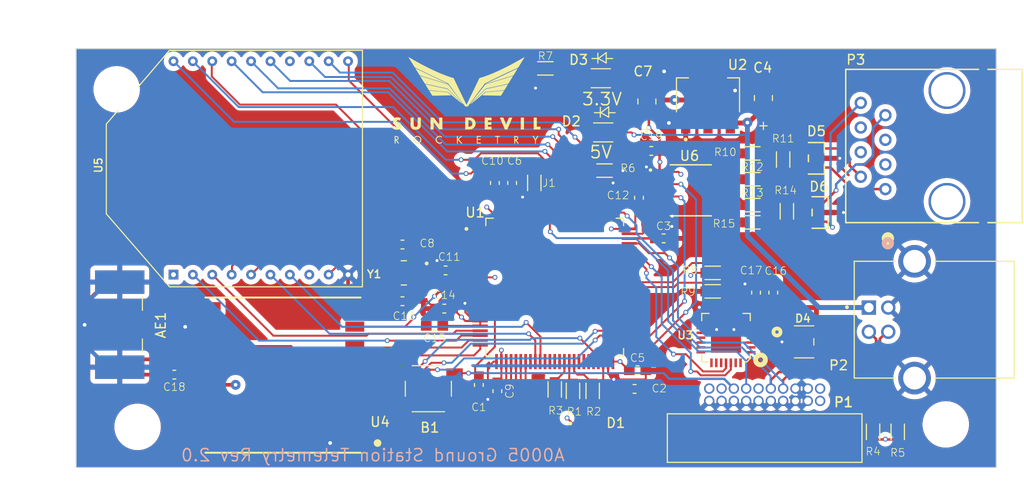
<source format=kicad_pcb>
(kicad_pcb (version 20221018) (generator pcbnew)
  (layers (0 "F.Cu" signal) (1 "In1.Cu" signal) (2 "In2.Cu" signal) (31 "B.Cu" signal) (34 "B.Paste" user) (35 "F.Paste" user) (36 "B.SilkS" user "B.Silkscreen") (37 "F.SilkS" user "F.Silkscreen") (38 "B.Mask" user) (39 "F.Mask" user) (44 "Edge.Cuts" user))
  (net 0 "")
  (net 1 "Earth")
  (net 3 "NRST")
  (net 5 "CAP1")
  (net 6 "CAP2")
  (net 7 "5V")
  (net 8 "3.3V")
  (net 9 "OSC_IN")
  (net 10 "OSC_OUT")
  (net 11 "Net-(D1-Pad2)")
  (net 12 "Net-(D1-Pad3)")
  (net 13 "Net-(D1-Pad4)")
  (net 14 "Net-(D2-Pad1)")
  (net 15 "/Connectivity/D+")
  (net 16 "/Connectivity/D-")
  (net 17 "BOOT")
  (net 18 "SWDIO")
  (net 19 "SWCLK")
  (net 21 "SWO")
  (net 24 "STATUS_B")
  (net 25 "STATUS_G")
  (net 26 "STATUS_R")
  (net 27 "~{USB_RST}")
  (net 28 "~{USB_SUSPEND}")
  (net 29 "XBEE_SCK")
  (net 30 "Net-(AE1-A)")
  (net 31 "XBEE_MISO")
  (net 32 "XBEE_MOSI")
  (net 33 "A")
  (net 34 "B")
  (net 35 "Z")
  (net 36 "Y")
  (net 38 "XBEE_RX")
  (net 39 "XBEE_TX")
  (net 41 "XBEE_PWM0")
  (net 42 "XBEE_PWM1")
  (net 43 "XBEE_SS")
  (net 46 "Net-(U6-A)")
  (net 47 "Net-(U6-B)")
  (net 48 "Net-(U6-Z)")
  (net 49 "Net-(U6-Y)")
  (net 50 "LORA_SCK")
  (net 51 "LORA_RST")
  (net 52 "LORA_SS")
  (net 54 "LORA_MISO")
  (net 55 "LORA_MOSI")
  (net 56 "XBEE_DIO1")
  (net 57 "XBEE_DIO5")
  (net 58 "XBEE_DIO6")
  (net 59 "XBEE_DIO7")
  (net 60 "XBEE_DIO8")
  (net 61 "~{XBEE_SLEEP}")
  (net 67 "USB_RX")
  (net 68 "USB_TX")
  (net 75 "LORA_IO0")
  (net 76 "LORA_IO1")
  (net 77 "LORA_IO2")
  (net 78 "LORA_IO3")
  (net 79 "LORA_IO4")
  (net 80 "LORA_IO5")
  (net 81 "~{XBEE_RST}")
  (net 82 "XBEE_DIO0")
  (net 87 "RS485_RX")
  (net 88 "RS485_TX")
  (net 115 "Net-(D3-Pad1)")
  (footprint "Engine-Controller:MountingHole_4.3mm_M4_DIN965" (layer "F.Cu") (at 137.541 111.252)
    (fp_text reference "H4" hide)
    (fp_text value "Mounting-Hole")
  )
  (footprint "Ground-Station-Telemetry:CAP_0603" (layer "F.Cu") (at 174.625 107.569 -90)
    (fp_text reference "C9")
    (fp_text value "0.1uF")
  )
  (footprint "Ground-Station-Telemetry:SN65HVD71DR" (layer "F.Cu") (at 194.564 86.868)
    (fp_text reference "U6")
    (fp_text value "SN65HVD71DR")
  )
  (footprint "Ground-Station-Telemetry:CAP_0603" (layer "F.Cu") (at 168.148 100.838 180)
    (fp_text reference "C15")
    (fp_text value "1uF")
  )
  (footprint "Ground-Station-Telemetry:RES_0603" (layer "F.Cu") (at 200.914 85.725)
    (fp_text reference "R12")
    (fp_text value "10")
  )
  (footprint "Ground-Station-Telemetry:XBee" (layer "F.Cu") (at 167.2465 96.814 90)
    (fp_text reference "U5")
    (fp_text value "XB24CDMPIT-001")
  )
  (footprint "Ground-Station-Telemetry:54602-908LF" (layer "F.Cu") (at 214.63 86.741 90)
    (fp_text reference "P3")
    (fp_text value "54602-908LF")
  )
  (footprint "Ground-Station-Telemetry:PTS647SM38SMTR2LFS" (layer "F.Cu") (at 167.513 107.315 180)
    (fp_text reference "B1")
    (fp_text value "PTS647SM38SMTR2LFS" hide)
  )
  (footprint "Engine-Controller:MountingHole_4.3mm_M4_DIN965" (layer "F.Cu") (at 135.382 76.454)
    (fp_text reference "H2" hide)
    (fp_text value "Mounting-Hole")
  )
  (footprint "Ground-Station-Telemetry:SML-LX1206GC-TR" (layer "F.Cu") (at 185.293 75.311)
    (fp_text reference "D3")
    (fp_text value "SML-LX1206GC-TR" hide)
  )
  (footprint "Ground-Station-Telemetry:RFM95" (layer "F.Cu") (at 152.527 105.918 180)
    (fp_text reference "U4")
    (fp_text value "RFM95W-868S2")
  )
  (footprint "Ground-Station-Telemetry:CAP_0603" (layer "F.Cu") (at 164.846 98.298)
    (fp_text reference "C13")
    (fp_text value "8pF")
  )
  (footprint "Ground-Station-Telemetry:RES_0603" (layer "F.Cu") (at 200.914 83.058)
    (fp_text reference "R10")
    (fp_text value "10")
  )
  (footprint "Ground-Station-Telemetry:RES_0603" (layer "F.Cu") (at 213.36 111.76 -90)
    (fp_text reference "R4")
    (fp_text value "100k")
  )
  (footprint "Ground-Station-Telemetry:3220-20-0200-00" (layer "F.Cu") (at 202.184 108.57395 180)
    (fp_text reference "P1")
    (fp_text value "3220-20-0200-00")
  )
  (footprint "Ground-Station-Telemetry:T491A106K010AT" (layer "F.Cu") (at 190.0428 77.7069 90)
    (fp_text reference "C7")
    (fp_text value "10uF" hide)
  )
  (footprint "Ground-Station-Telemetry:SP0504BAHTG" (layer "F.Cu") (at 206.248 102.489)
    (fp_text reference "D4")
    (fp_text value "SP0504BAHTG" hide)
  )
  (footprint "Ground-Station-Telemetry:ECS-240-18-33-JGN-TR" (layer "F.Cu") (at 164.9895 95.377 180)
    (fp_text reference "Y1")
    (fp_text value "ECS-240-18-33-JGN-TR")
  )
  (footprint "Ground-Station-Telemetry:CAP_0603" (layer "F.Cu") (at 169.164 99.06 180)
    (fp_text reference "C14")
    (fp_text value "0.1uF")
  )
  (footprint "Ground-Station-Telemetry:RES_0603" (layer "F.Cu") (at 179.578 74.295)
    (fp_text reference "R7")
    (fp_text value "240")
  )
  (footprint "Ground-Station-Telemetry:SML-LX1206GC-TR" (layer "F.Cu") (at 185.547 80.899)
    (fp_text reference "D2")
    (fp_text value "SML-LX1206GC-TR" hide)
  )
  (footprint "Ground-Station-Telemetry:RES_0603" (layer "F.Cu") (at 180.5432 107.3912 -90)
    (fp_text reference "R3")
    (fp_text value "280")
  )
  (footprint "Ground-Station-Telemetry:RES_0603" (layer "F.Cu") (at 182.4228 107.5436 -90)
    (fp_text reference "R1")
    (fp_text value "68")
  )
  (footprint "Ground-Station-Telemetry:CAP_0603" (layer "F.Cu") (at 188.7728 107.3404)
    (fp_text reference "C2")
    (fp_text value "2.2uF")
  )
  (footprint "Ground-Station-Telemetry:CAP_0603" (layer "F.Cu") (at 201.295 97.409 90)
    (fp_text reference "C17")
    (fp_text value "0.1uF")
  )
  (footprint "Ground-Station-Telemetry:CAP_0603" (layer "F.Cu") (at 189.23 87.63 90)
    (fp_text reference "C12")
    (fp_text value "0.1uF")
  )
  (footprint "Engine-Controller:MountingHole_4.3mm_M4_DIN965" (layer "F.Cu") (at 220.853 110.998)
    (fp_text reference "H1" hide)
    (fp_text value "Mounting-Hole")
  )
  (footprint "Ground-Station-Telemetry:RES_0603" (layer "F.Cu") (at 196.822 97.282)
    (fp_text reference "R9")
    (fp_text value "10k")
  )
  (footprint "Ground-Station-Telemetry:USB-TypeB" (layer "F.Cu") (at 214.9265 100.203 90)
    (fp_text reference "P2")
    (fp_text value "USB")
  )
  (footprint "Ground-Station-Telemetry:142-0701-851" (layer "F.Cu") (at 135.5344 100.711 90)
    (fp_text reference "AE1")
    (fp_text value "142-0701-851" hide)
  )
  (footprint "Ground-Station-Telemetry:RES_0603" (layer "F.Cu") (at 200.914 88.392)
    (fp_text reference "R13")
    (fp_text value "10")
  )
  (footprint "Ground-Station-Telemetry:RES_0603" (layer "F.Cu") (at 196.822 95.377)
    (fp_text reference "R8")
    (fp_text value "4.7k")
  )
  (footprint "Ground-Station-Telemetry:CDSOT23-SM712" (layer "F.Cu") (at 207.899 89.154 -90)
    (fp_text reference "D6")
    (fp_text value "SMBJ36CA-13-F")
  )
  (footprint "Ground-Station-Telemetry:CAP_0603" (layer "F.Cu") (at 141.3256 105.8672 180)
    (fp_text reference "C18")
    (fp_text value "0.1uF")
  )
  (footprint "Ground-Station-Telemetry:RES_0603" (layer "F.Cu") (at 184.4548 107.5436 -90)
    (fp_text reference "R2")
    (fp_text value "82")
  )
  (footprint "Ground-Station-Telemetry:RES_0603" (layer "F.Cu") (at 204.47 89.027 90)
    (fp_text reference "R14")
    (fp_text value "100")
  )
  (footprint "Ground-Station-Telemetry:CAP_0603" (layer "F.Cu") (at 164.846 92.456)
    (fp_text reference "C8")
    (fp_text value "8pF")
  )
  (footprint "Ground-Station-Telemetry:RES_0603" (layer "F.Cu") (at 200.914 90.17)
    (fp_text reference "R15")
    (fp_text value "10")
  )
  (footprint "Ground-Station-Telemetry:RES_0603" (layer "F.Cu") (at 185.674 84.836 180)
    (fp_text reference "R6")
    (fp_text value "240")
  )
  (footprint "Ground-Station-Telemetry:CLMVC-FKA-CL1D1L71BB7C3C3" (layer "F.Cu") (at 184.0992 111.6076)
    (fp_text reference "D1")
    (fp_text value "CLMVC-FKA-CL1D1L71BB7C3C3")
  )
  (footprint "Ground-Station-Telemetry:STM32H750VBT6" (layer "F.Cu") (at 180.54 96.841)
    (fp_text reference "U1")
    (fp_text value "STM32H750VBTx")
  )
  (footprint "Ground-Station-Telemetry:RES_0603" (layer "F.Cu") (at 204.089 83.693 90)
    (fp_text reference "R11")
    (fp_text value "100")
  )
  (footprint "Ground-Station-Telemetry:CP2012-GMR" (layer "F.Cu") (at 198.197 102.058 180)
    (fp_text reference "U3")
    (fp_text value "CP2102-GMR(QFN28)")
  )
  (footprint "Ground-Station-Telemetry:CAP_0603" (layer "F.Cu") (at 190.5 82.804 180)
    (fp_text reference "C19")
    (fp_text value "0.1uF")
  )
  (footprint "Ground-Station-Telemetry:CDSOT23-SM712" (layer "F.Cu") (at 207.518 83.566 -90)
    (fp_text reference "D5")
    (fp_text value "SMBJ36CA-13-F")
  )
  (footprint "Ground-Station-Telemetry:CAP_0603" (layer "F.Cu") (at 191.77 91.821)
    (fp_text reference "C3")
    (fp_text value "2.2uF")
  )
  (footprint "Ground-Station-Telemetry:T491A106K010AT" (layer "F.Cu") (at 202.057 77.3513 90)
    (fp_text reference "C4")
    (fp_text value "10uF" hide)
  )
  (footprint "Ground-Station-Telemetry:CAP_0603" (layer "F.Cu") (at 203.073 97.409 90)
    (fp_text reference "C16")
    (fp_text value "1uF")
  )
  (footprint "Ground-Station-Telemetry:CAP_0603" (layer "F.Cu") (at 176.149 86.106 90)
    (fp_text reference "C6")
    (fp_text value "4.7uF")
  )
  (footprint "Ground-Station-Telemetry:CAP_0603" (layer "F.Cu") (at 189.0776 105.41)
    (fp_text reference "C5")
    (fp_text value "0.1uF")
  )
  (footprint "Engine-Controller:RES_0603" (layer "F.Cu") (at 178.435 86.106 -90)
    (fp_text reference "J1")
    (fp_text value "Jumper_NO")
  )
  (footprint "Ground-Station-Telemetry:CAP_0603" (layer "F.Cu") (at 174.371 86.106 90)
    (fp_text reference "C10")
    (fp_text value "0.1uF")
  )
  (footprint "Ground-Station-Telemetry:Logo" (layer "F.Cu") (at 171.438357 77.334005)
    (fp_text reference "LOGO1" hide)
    (fp_text value "Logo" hide)
  )
  (footprint "Ground-Station-Telemetry:CAP_0603" (layer "F.Cu") (at 169.291 95.123 180)
    (fp_text reference "C11")
    (fp_text value "0.1uF")
  )
  (footprint "Ground-Station-Telemetry:LMS8117AMP-3.3NOPB" (layer "F.Cu") (at 196.342 77.0255 90)
    (fp_text reference "U2")
    (fp_text value "LMS8117AMP-3.3_NOPB")
  )
  (footprint "Ground-Station-Telemetry:CAP_0603" (layer "F.Cu") (at 172.72 106.934 -90)
    (fp_text reference "C1")
    (fp_text value "0.1uF")
  )
  (footprint "Ground-Station-Telemetry:RES_0603" (layer "F.Cu") (at 215.9 111.76 -90)
    (fp_text reference "R5")
    (fp_text value "100k")
  )
  (gr_line (start 226.06 115.443) (end 131.191 115.443) (stroke (width 0.1)) (layer "Edge.Cuts"))
  (gr_line (start 131.191 72.263) (end 226.06 72.263) (stroke (width 0.1)) (layer "Edge.Cuts"))
  (gr_line (start 226.06 72.263) (end 226.06 115.443) (stroke (width 0.1)) (layer "Edge.Cuts"))
  (gr_line (start 131.191 115.443) (end 131.191 72.263) (stroke (width 0.1)) (layer "Edge.Cuts"))
  (gr_text "A0005 Ground Station Telemetry Rev 2.0" (at 161.798 114.173) (layer "B.SilkS") (effects (font (size 1.27 1.27)) (justify mirror)))
  (gr_text "3.3V" (at 185.42 77.47) (layer "F.SilkS") (effects (font (size 1.27 1.27))))
  (gr_text "5V\n" (at 185.293 82.931) (layer "F.SilkS") (effects (font (size 1.27 1.27))))
  (segment (start 178.788 74.295) (end 178.788 76.101) (width 0.254) (layer "F.Cu") (net 1))
  (segment (start 199.586 102.558) (end 199.517 102.489) (width 0.2) (layer "F.Cu") (net 1))
  (segment (start 186.04 104.521) (end 186.04 105.776) (width 0.2) (layer "F.Cu") (net 1))
  (segment (start 177.292 87.503) (end 177.292 85.598) (width 0.2) (layer "F.Cu") (net 1))
  (segment (start 173.316 108.419) (end 172.974 108.077) (width 0.2) (layer "F.Cu") (net 1))
  (segment (start 176.188 85.256) (end 176.276 85.344) (width 0.2) (layer "F.Cu") (net 1))
  (segment (start 189.904 106.3616) (end 189.9276 106.3616) (width 0.2) (layer "F.Cu") (net 1))
  (segment (start 165.696 92.456) (end 166.751 92.456) (width 0.2) (layer "F.Cu") (net 1))
  (segment (start 132.08 102.7176) (end 132.08 100.7364) (width 0.381) (layer "F.Cu") (net 1))
  (segment (start 190.881 88.773) (end 191.389 88.773) (width 0.2) (layer "F.Cu") (net 1))
  (segment (start 176.911 85.217) (end 176.276 85.217) (width 0.2) (layer "F.Cu") (net 1))
  (segment (start 189.9276 105.41) (end 189.9276 106.3616) (width 0.2) (layer "F.Cu") (net 1))
  (segment (start 192.62 91.821) (end 192.62 90.59) (width 0.2) (layer "F.Cu") (net 1))
  (segment (start 203.034 96.559) (end 203.073 96.52) (width 0.381) (layer "F.Cu") (net 1))
  (segment (start 174.625 108.419) (end 173.648 108.419) (width 0.2) (layer "F.Cu") (net 1))
  (segment (start 192.62 90.59) (end 192.62 89.574) (width 0.2) (layer "F.Cu") (net 1))
  (segment (start 175.04 88.231) (end 175.387 87.884) (width 0.2) (layer "F.Cu") (net 1))
  (segment (start 189.9276 107.1) (end 189.8904 107.1372) (width 0.2) (layer "F.Cu") (net 1))
  (segment (start 168.441 95.084) (end 169.291 94.234) (width 0.2) (layer "F.Cu") (net 1))
  (segment (start 135.6995 105.0925) (end 134.4549 105.0925) (width 0.381) (layer "F.Cu") (net 1))
  (segment (start 187.237 86.78) (end 186.563 86.106) (width 0.2) (layer "F.Cu") (net 1))
  (segment (start 186.6256 106.3616) (end 189.904 106.3616) (width 0.2) (layer "F.Cu") (net 1))
  (segment (start 167.513 99.8474) (end 168.0972 99.2632) (width 0.2) (layer "F.Cu") (net 1))
  (segment (start 176.911 87.884) (end 177.2285 87.5665) (width 0.2) (layer "F.Cu") (net 1))
  (segment (start 168.9608 97.9424) (end 168.656 98.2472) (width 0.2) (layer "F.Cu") (net 1))
  (segment (start 137.8204 105.8672) (end 137.668 105.7148) (width 0.381) (layer "F.Cu") (net 1))
  (segment (start 174.244 104.521) (end 173.648 105.117) (width 0.2) (layer "F.Cu") (net 1))
  (segment (start 196.032 97.282) (end 196.032 98.354) (width 0.2) (layer "F.Cu") (net 1))
  (segment (start 190.373 88.011) (end 190.373 88.265) (width 0.2) (layer "F.Cu") (net 1))
  (segment (start 200.787 102.558) (end 199.586 102.558) (width 0.2) (layer "F.Cu") (net 1))
  (segment (start 203.073 96.559) (end 201.334 96.559) (width 0.381) (layer "F.Cu") (net 1))
  (segment (start 200.152 96.52) (end 200.279 96.559) (width 0.2) (layer "F.Cu") (net 1))
  (segment (start 142.4648 100.918) (end 142.4432 100.9396) (width 0.381) (layer "F.Cu") (net 1))
  (segment (start 171.2849 98.5139) (end 171.2849 98.4377) (width 0.2) (layer "F.Cu") (net 1))
  (segment (start 200.279 96.559) (end 200.318 96.559) (width 0.2) (layer "F.Cu") (net 1))
  (segment (start 189.23 86.868) (end 190.373 88.011) (width 0.2) (layer "F.Cu") (net 1))
  (segment (start 196.032 98.354) (end 195.453 98.933) (width 0.2) (layer "F.Cu") (net 1))
  (segment (start 189.23 86.78) (end 189.23 86.868) (width 0.2) (layer "F.Cu") (net 1))
  (segment (start 177.292 85.598) (end 176.911 85.217) (width 0.2) (layer "F.Cu") (net 1))
  (segment (start 171.2849 98.5139) (end 171.323 98.552) (width 0.2) (layer "F.Cu") (net 1))
  (segment (start 204.882052 102.489) (end 203.964 102.489) (width 0.2) (layer "F.Cu") (net 1))
  (segment (start 190.334 90.59) (end 192.62 90.59) (width 0.2) (layer "F.Cu") (net 1))
  (segment (start 194.042 79.9255) (end 192.3122 79.9255) (width 0.508) (layer "F.Cu") (net 1))
  (segment (start 192.62 89.496) (end 192.62 89.115) (width 0.2) (layer "F.Cu") (net 1))
  (segment (start 208.4705 83.566) (end 209.931 83.566) (width 0.254) (layer "F.Cu") (net 1))
  (segment (start 173.648 108.419) (end 173.316 108.419) (width 0.2) (layer "F.Cu") (net 1))
  (segment (start 190.0428 76.3861) (end 191.8208 74.6081) (width 0.508) (layer "F.Cu") (net 1))
  (segment (start 177.2285 87.5665) (end 177.292 87.503) (width 0.2) (layer "F.Cu") (net 1))
  (segment (start 171.323 98.552) (end 171.323 99.441) (width 0.2) (layer "F.Cu") (net 1))
  (segment (start 171.2849 98.4377) (end 170.7896 97.9424) (width 0.2) (layer "F.Cu") (net 1))
  (segment (start 201.295 96.559) (end 200.357 96.559) (width 0.2) (layer "F.Cu") (net 1))
  (segment (start 200.357 96.559) (end 200.152 96.52) (width 0.2) (layer "F.Cu") (net 1))
  (segment (start 167.386 98.298) (end 167.894 98.806) (width 0.2) (layer "F.Cu") (net 1))
  (segment (start 167.298 100.0624) (end 167.3352 100.0252) (width 0.2) (layer "F.Cu") (net 1))
  (segment (start 167.298 100.838) (end 167.298 100.0624) (width 0.2) (layer "F.Cu") (net 1))
  (segment (start 186.04 105.776) (end 186.6256 106.3616) (width 0.2) (layer "F.Cu") (net 1))
  (segment (start 175.387 87.884) (end 176.911 87.884) (width 0.2) (layer "F.Cu") (net 1))
  (segment (start 178.788 76.101) (end 178.562 76.327) (width 0.254) (layer "F.Cu") (net 1))
  (segment (start 189.65 82.804) (end 189.65 84.113) (width 0.254) (layer "F.Cu") (net 1))
  (segment (start 201.334 96.559) (end 201.295 96.52) (width 0.381) (layer "F.Cu") (net 1))
  (segment (start 132.08 98.6028) (end 134.3533 96.3295) (width 0.381) (layer "F.Cu") (net 1))
  (segment (start 170.902 94.234) (end 171.196 94.528) (width 0.2) (layer "F.Cu") (net 1))
  (segment (start 171.541 95.341) (end 172.86 95.341) (width 0.2) (layer "F.Cu") (net 1))
  (segment (start 186.563 86.106) (end 186.563 84.963) (width 0.2) (layer "F.Cu") (net 1))
  (segment (start 192.659 89.535) (end 192.62 89.496) (width 0.2) (layer "F.Cu") (net 1))
  (segment (start 189.9276 106.3616) (end 189.9276 107.1) (width 0.2) (layer "F.Cu") (net 1))
  (segment (start 190.373 88.265) (end 190.881 88.773) (width 0.2) (layer "F.Cu") (net 1))
  (segment (start 186.464 84.836) (end 187.579 84.836) (width 0.254) (layer "F.Cu") (net 1))
  (segment (start 173.648 105.117) (end 173.648 108.419) (width 0.2) (layer "F.Cu") (net 1))
  (segment (start 202.057 76.0305) (end 199.6865 76.0305) (width 0.508) (layer "F.Cu") (net 1))
  (segment (start 167.3352 100.0252) (end 167.513 99.8474) (width 0.2) (layer "F.Cu") (net 1))
  (segment (start 171.196 94.996) (end 171.541 95.341) (width 0.2) (layer "F.Cu") (net 1))
  (segment (start 168.656 98.2472) (end 168.656 98.8568) (width 0.2) (layer "F.Cu") (net 1))
  (segment (start 171.45 108.966) (end 170.688 108.966) (width 0.2) (layer "F.Cu") (net 1))
  (segment (start 189.23 86.78) (end 187.237 86.78) (width 0.2) (layer "F.Cu") (net 1))
  (segment (start 168.441 95.123) (end 168.441 95.084) (width 0.2) (layer "F.Cu") (net 1))
  (segment (start 187.579 84.836) (end 189.484 82.931) (width 0.254) (layer "F.Cu") (net 1))
  (segment (start 134.3533 96.3295) (end 135.6995 96.3295) (width 0.381) (layer "F.Cu") (net 1))
  (segment (start 168.402 94.107) (end 168.402 95.123) (width 0.2) (layer "F.Cu") (net 1))
  (segment (start 171.704 99.822) (end 172.212 99.822) (width 0.2) (layer "F.Cu") (net 1))
  (segment (start 139.0904 104.2924) (end 138.0236 104.2924) (width 0.381) (layer "F.Cu") (net 1))
  (segment (start 199.6865 76.0305) (end 199.136 76.581) (width 0.508) (layer "F.Cu") (net 1))
  (segment (start 172.339 108.077) (end 171.45 108.966) (width 0.2) (layer "F.Cu") (net 1))
  (segment (start 192.62 89.574) (end 192.659 89.535) (width 0.2) (layer "F.Cu") (net 1))
  (segment (start 189.583 91.341) (end 190.334 90.59) (width 0.2) (layer "F.Cu") (net 1))
  (segment (start 165.696 98.298) (end 167.386 98.298) (width 0.2) (layer "F.Cu") (net 1))
  (segment (start 208.8515 89.154) (end 210.312 89.154) (width 0.254) (layer "F.Cu") (net 1))
  (segment (start 140.4756 105.8672) (end 137.8204 105.8672) (width 0.381) (layer "F.Cu") (net 1))
  (segment (start 192.62 89.115) (end 192.405 88.9) (width 0.2) (layer "F.Cu") (net 1))
  (segment (start 189.65 84.113) (end 189.992 84.455) (width 0.254) (layer "F.Cu") (net 1))
  (segment (start 174.371 85.256) (end 176.188 85.256) (width 0.2) (layer "F.Cu") (net 1))
  (segment (start 166.751 92.456) (end 168.402 94.107) (width 0.2) (layer "F.Cu") (net 1))
  (segment (start 145.127 100.918) (end 142.4648 100.918) (width 0.381) (layer "F.Cu") (net 1))
  (segment (start 171.196 94.528) (end 171.196 94.996) (width 0.2) (layer "F.Cu") (net 1))
  (segment (start 132.08 100.7364) (end 132.08 98.6028) (width 0.381) (layer "F.Cu") (net 1))
  (segment (start 159.927 112.918) (end 157.3888 112.918) (width 0.381) (layer "F.Cu") (net 1))
  (segment (start 174.54 104.521) (end 174.244 104.521) (width 0.2) (layer "F.Cu") (net 1))
  (segment (start 175.04 89.161) (end 175.04 88.231) (width 0.2) (layer "F.Cu") (net 1))
  (segment (start 169.291 94.234) (end 170.902 94.234) (width 0.2) (layer "F.Cu") (net 1))
  (segment (start 171.323 99.441) (end 171.704 99.822) (width 0.2) (layer "F.Cu") (net 1))
  (segment (start 188.22 91.341) (end 189.583 91.341) (width 0.2) (layer "F.Cu") (net 1))
  (segment (start 170.7896 97.9424) (end 168.9608 97.9424) (width 0.2) (layer "F.Cu") (net 1))
  (segment (start 142.4432 100.9396) (end 139.0904 104.2924) (width 0.381) (layer "F.Cu") (net 1))
  (segment (start 134.4549 105.0925) (end 132.08 102.7176) (width 0.381) (layer "F.Cu") (net 1))
  (segment (start 159.2375 95.56) (end 159.2375 98.8773) (width 0.381) (layer "F.Cu") (net 1))
  (via (at 197.231 101.219) (size 0.5) (drill 0.3) (layers "F.Cu" "B.Cu") (net 1))
  (via (at 191.8208 74.6081) (size 1.016) (drill 0.381) (layers "F.Cu" "B.Cu") (net 1))
  (via (at 186.6256 106.3616) (size 0.5) (drill 0.3) (layers "F.Cu" "B.Cu") (net 1))
  (via (at 192.659 89.535) (size 0.5) (drill 0.3) (layers "F.Cu" "B.Cu") (net 1))
  (via (at 192.62 90.59) (size 0.5) (drill 0.3) (layers "F.Cu" "B.Cu") (net 1))
  (via (at 192.3122 79.9255) (size 1.016) (drill 0.381) (layers "F.Cu" "B.Cu") (net 1))
  (via (at 203.964 102.489) (size 0.5) (drill 0.3) (layers "F.Cu" "B.Cu") (net 1))
  (via (at 171.2849 98.5139) (size 0.5) (drill 0.3) (layers "F.Cu" "B.Cu") (net 1))
  (via (at 200.152 96.52) (size 0.5) (drill 0.3) (layers "F.Cu" "B.Cu") (net 1))
  (via (at 209.931 83.566) (size 0.5) (drill 0.3) (layers "F.Cu" "B.Cu") (net 1))
  (via (at 199.009 101.219) (size 0.5) (drill 0.3) (layers "F.Cu" "B.Cu") (net 1))
  (via (at 187.579 84.836) (size 0.5) (drill 0.3) (layers "F.Cu" "B.Cu") (net 1))
  (via (at 199.136 76.581) (size 1.016) (drill 0.381) (layers "F.Cu" "B.Cu") (net 1))
  (via (at 132.08 100.7364) (size 1.016) (drill 0.381) (layers "F.Cu" "B.Cu") (net 1))
  (via (at 142.4432 100.9396) (size 1.016) (drill 0.381) (layers "F.Cu" "B.Cu") (net 1))
  (via (at 157.3888 112.918) (size 1.016) (drill 0.381) (layers "F.Cu" "B.Cu") (net 1))
  (via (at 186.563 86.106) (size 0.5) (drill 0.3) (layers "F.Cu" "B.Cu") (net 1))
  (via (at 195.453 98.933) (size 0.5) (drill 0.3) (layers "F.Cu" "B.Cu") (net 1))
  (via (at 177.2285 87.5665) (size 0.5) (drill 0.3) (layers "F.Cu" "B.Cu") (net 1))
  (via (at 210.312 89.154) (size 0.5) (drill 0.3) (layers "F.Cu" "B.Cu") (net 1))
  (via (at 168.402 94.107) (size 0.5) (drill 0.3) (layers "F.Cu" "B.Cu") (net 1))
  (via (at 178.562 76.327) (size 0.5) (drill 0.3) (layers "F.Cu" "B.Cu") (net 1))
  (via (at 173.648 108.419) (size 0.5) (drill 0.3) (layers "F.Cu" "B.Cu") (net 1))
  (via (at 189.992 84.455) (size 0.5) (drill 0.3) (layers "F.Cu" "B.Cu") (net 1))
  (segment (start 134.366 104.7496) (end 134.5184 104.7496) (width 0.381) (layer "B.Cu") (net 1))
  (segment (start 131.9784 98.806) (end 134.4549 96.3295) (width 0.381) (layer "B.Cu") (net 1))
  (segment (start 131.9784 102.6668) (end 131.9784 98.806) (width 0.381) (layer "B.Cu") (net 1))
  (segment (start 134.4168 105.1052) (end 131.9784 102.6668) (width 0.381) (layer "B.Cu") (net 1))
  (segment (start 135.6995 105.1052) (end 134.4168 105.1052) (width 0.381) (layer "B.Cu") (net 1))
  (segment (start 134.4549 96.3295) (end 135.6995 96.3295) (width 0.381) (layer "B.Cu") (net 1))
  (segment (start 174.371 102.997) (end 172.339 105.029) (width 0.2) (layer "F.Cu") (net 3))
  (segment (start 172.86 97.341) (end 173.922 97.341) (width 0.2) (layer "F.Cu") (net 3))
  (segment (start 172.339 105.029) (end 172.339 105.791) (width 0.2) (layer "F.Cu") (net 3))
  (segment (start 172.517001 105.715001) (end 172.72 105.918) (width 0.2) (layer "F.Cu") (net 3))
  (segment (start 173.922 97.341) (end 174.371 97.79) (width 0.2) (layer "F.Cu") (net 3))
  (segment (start 170.213 105.715001) (end 171.652999 105.715001) (width 0.2) (layer "F.Cu") (net 3))
  (segment (start 174.371 97.79) (end 174.371 102.997) (width 0.2) (layer "F.Cu") (net 3))
  (segment (start 171.652999 105.715001) (end 172.517001 105.715001) (width 0.2) (layer "F.Cu") (net 3))
  (via (at 171.652999 105.715001) (size 0.5) (drill 0.3) (layers "F.Cu" "B.Cu") (net 3))
  (segment (start 192.353999 106.299) (end 191.77 105.715001) (width 0.25) (layer "B.Cu") (net 3))
  (segment (start 198.00405 106.299) (end 192.353999 106.299) (width 0.25) (layer "B.Cu") (net 3))
  (segment (start 171.652999 105.715001) (end 191.77 105.715001) (width 0.2) (layer "B.Cu") (net 3))
  (segment (start 199.009 107.30395) (end 198.00405 106.299) (width 0.25) (layer "B.Cu") (net 3))
  (segment (start 185.54 104.521) (end 185.54 106.3936) (width 0.2) (layer "F.Cu") (net 5))
  (segment (start 186.3852 107.2388) (end 187.7568 107.2388) (width 0.2) (layer "F.Cu") (net 5))
  (segment (start 185.54 106.3936) (end 186.3852 107.2388) (width 0.2) (layer "F.Cu") (net 5))
  (segment (start 185.487 105.096) (end 185.48 105.089) (width 0.2) (layer "F.Cu") (net 5))
  (segment (start 185.547 105.096) (end 185.487 105.096) (width 0.2) (layer "F.Cu") (net 5))
  (segment (start 185.48 105.089) (end 185.48 105.029) (width 0.2) (layer "F.Cu") (net 5))
  (segment (start 190.92 91.821) (end 188.7982 91.821) (width 0.254) (layer "F.Cu") (net 6))
  (segment (start 188.7982 91.821) (end 188.7728 91.8464) (width 0.254) (layer "F.Cu") (net 6))
  (segment (start 201.588 98.259) (end 201.549 98.298) (width 0.381) (layer "F.Cu") (net 7))
  (segment (start 203.855 98.953) (end 203.2 98.298) (width 0.508) (layer "F.Cu") (net 7))
  (segment (start 200.406 79.883) (end 200.4485 79.9255) (width 0.508) (layer "F.Cu") (net 7))
  (segment (start 201.383 98.259) (end 201.295 98.171) (width 0.508) (layer "F.Cu") (net 7))
  (segment (start 203.073 98.259) (end 201.383 98.259) (width 0.508) (layer "F.Cu") (net 7))
  (segment (start 207.518 98.953) (end 203.855 98.953) (width 0.508) (layer "F.Cu") (net 7))
  (segment (start 201.295 98.259) (end 201.295 99.314) (width 0.508) (layer "F.Cu") (net 7))
  (segment (start 200.4905 79.9255) (end 201.549 78.867) (width 0.508) (layer "F.Cu") (net 7))
  (segment (start 201.295 99.314) (end 201.295 100.457) (width 0.508) (layer "F.Cu") (net 7))
  (segment (start 207.518 98.953) (end 207.518 101.473) (width 0.508) (layer "F.Cu") (net 7))
  (segment (start 200.4485 79.9255) (end 200.4905 79.9255) (width 0.508) (layer "F.Cu") (net 7))
  (segment (start 200.3635 79.9255) (end 200.406 79.883) (width 0.508) (layer "F.Cu") (net 7))
  (segment (start 198.642 79.9255) (end 200.3635 79.9255) (width 0.508) (layer "F.Cu") (net 7))
  (segment (start 212.9265 98.953) (end 207.518 98.953) (width 0.508) (layer "F.Cu") (net 7))
  (segment (start 201.295 99.314) (end 199.898 99.314) (width 0.508) (layer "F.Cu") (net 7))
  (segment (start 187.071 80.899) (end 188.468 80.899) (width 0.2) (layer "F.Cu") (net 7))
  (segment (start 188.468 80.899) (end 188.722 81.153) (width 0.2) (layer "F.Cu") (net 7))
  (via (at 200.406 79.883) (size 1.016) (drill 0.381) (layers "F.Cu" "B.Cu") (net 7))
  (via (at 188.722 81.153) (size 0.5) (drill 0.3) (layers "F.Cu" "B.Cu") (net 7))
  (segment (start 200.279 81.153) (end 200.406 81.026) (width 0.2) (layer "B.Cu") (net 7))
  (segment (start 200.406 91.567) (end 200.406 81.026) (width 0.508) (layer "B.Cu") (net 7))
  (segment (start 188.722 81.153) (end 200.279 81.153) (width 0.2) (layer "B.Cu") (net 7))
  (segment (start 212.9265 98.953) (end 207.792 98.953) (width 0.508) (layer "B.Cu") (net 7))
  (segment (start 207.792 98.953) (end 200.406 91.567) (width 0.508) (layer "B.Cu") (net 7))
  (segment (start 200.406 81.026) (end 200.406 79.883) (width 0.508) (layer "B.Cu") (net 7))
  (segment (start 172.86 95.841) (end 170.898 95.841) (width 0.2) (layer "F.Cu") (net 8))
  (segment (start 191.83985 84.963) (end 193.294 84.963) (width 0.2) (layer "F.Cu") (net 8))
  (segment (start 173.57 86.956) (end 173.355 86.741) (width 0.2) (layer "F.Cu") (net 8))
  (segment (start 214.63 112.522) (end 214.658 112.55) (width 0.25) (layer "F.Cu") (net 8))
  (segment (start 188.849 90.805) (end 188.849 88.773) (width 0.2) (layer "F.Cu") (net 8))
  (segment (start 191.35 84.924) (end 191.389 84.963) (width 0.254) (layer "F.Cu") (net 8))
  (segment (start 174.54 89.161) (end 174.0986 89.161) (width 0.2) (layer "F.Cu") (net 8))
  (segment (start 190.0428 79.0277) (end 188.5017 79.0277) (width 0.254) (layer "F.Cu") (net 8))
  (segment (start 191.8208 77.5545) (end 190.5 78.8753) (width 0.508) (layer "F.Cu") (net 8))
  (segment (start 143.51 105.8672) (end 144.4752 106.8324) (width 0.381) (layer "F.Cu") (net 8))
  (segment (start 191.35 82.804) (end 191.35 81.495) (width 0.254) (layer "F.Cu") (net 8))
  (segment (start 176.061 86.956) (end 176.149 86.868) (width 0.2) (layer "F.Cu") (net 8))
  (segment (start 186.817 77.343) (end 186.817 75.311) (width 0.254) (layer "F.Cu") (net 8))
  (segment (start 194.818 95.377) (end 194.564 95.631) (width 0.2) (layer "F.Cu") (net 8))
  (segment (start 174.54 89.161) (end 174.54 87.164) (width 0.2) (layer "F.Cu") (net 8))
  (segment (start 168.998 100.0896) (end 169.672 99.4156) (width 0.2) (layer "F.Cu") (net 8))
  (segment (start 172.86 100.841) (end 169.3194 100.841) (width 0.2) (layer "F.Cu") (net 8))
  (segment (start 192.8876 77.5545) (end 191.8208 77.5545) (width 0.508) (layer "F.Cu") (net 8))
  (segment (start 177.165 84.074) (end 178.181 85.09) (width 0.2) (layer "F.Cu") (net 8))
  (segment (start 171.2849 100.2919) (end 170.9293 99.9363) (width 0.2) (layer "F.Cu") (net 8))
  (segment (start 214.658 112.55) (end 215.745 112.55) (width 0.25) (layer "F.Cu") (net 8))
  (segment (start 191.35 83.986) (end 191.35 84.924) (width 0.254) (layer "F.Cu") (net 8))
  (segment (start 191.35 83.908) (end 191.389 83.947) (width 0.254) (layer "F.Cu") (net 8))
  (segment (start 174.54 87.164) (end 174.371 86.995) (width 0.2) (layer "F.Cu") (net 8))
  (segment (start 196.342 77.5545) (end 196.342 74.6081) (width 0.508) (layer "F.Cu") (net 8))
  (segment (start 190.246 80.391) (end 190.246 79.121) (width 0.254) (layer "F.Cu") (net 8))
  (segment (start 173.355 84.455) (end 173.736 84.074) (width 0.2) (layer "F.Cu") (net 8))
  (segment (start 193.548 85.217) (end 193.421 85.09) (width 0.2) (layer "F.Cu") (net 8))
  (segment (start 172.86 100.341) (end 172.86 100.8256) (width 0.2) (layer "F.Cu") (net 8))
  (segment (start 175.04 104.521) (end 175.04 103.344) (width 0.2) (layer "F.Cu") (net 8))
  (segment (start 175.04 104.521) (end 175.04 106.265) (width 0.2) (layer "F.Cu") (net 8))
  (segment (start 187.2742 104.521) (end 187.8584 105.1052) (width 0.2) (layer "F.Cu") (net 8))
  (segment (start 191.35 82.804) (end 191.35 83.908) (width 0.254) (layer "F.Cu") (net 8))
  (segment (start 182.5332 111.0576) (end 181.8132 110.3376) (width 0.2) (layer "F.Cu") (net 8))
  (segment (start 173.736 84.074) (end 177.165 84.074) (width 0.2) (layer "F.Cu") (net 8))
  (segment (start 142.1756 105.8672) (end 143.51 105.8672) (width 0.381) (layer "F.Cu") (net 8))
  (segment (start 170.898 95.841) (end 170.561 95.504) (width 0.2) (layer "F.Cu") (net 8))
  (segment (start 145.127 106.918) (end 147.6408 106.918) (width 0.381) (layer "F.Cu") (net 8))
  (segment (start 174.371 86.956) (end 176.061 86.956) (width 0.2) (layer "F.Cu") (net 8))
  (segment (start 175.04 106.265) (end 174.879 106.426) (width 0.2) (layer "F.Cu") (net 8))
  (segment (start 196.342 74.6081) (end 196.5452 74.4049) (width 0.508) (layer "F.Cu") (net 8))
  (segment (start 191.389 83.947) (end 191.35 83.986) (width 0.254) (layer "F.Cu") (net 8))
  (segment (start 171.334 100.341) (end 171.2849 100.2919) (width 0.2) (layer "F.Cu") (net 8))
  (segment (start 172.86 100.341) (end 171.334 100.341) (width 0.2) (layer "F.Cu") (net 8))
  (segment (start 172.86 95.841) (end 174.3778 95.841) (width 0.2) (layer "F.Cu") (net 8))
  (segment (start 170.9293 99.9363) (end 170.434 99.441) (width 0.2) (layer "F.Cu") (net 8))
  (segment (start 196.342 77.5545) (end 192.8876 77.5545) (width 0.508) (layer "F.Cu") (net 8))
  (segment (start 188.22 90.841) (end 186.3746 90.841) (width 0.2) (layer "F.Cu") (net 8))
  (segment (start 186.54 104.521) (end 187.2742 104.521) (width 0.2) (layer "F.Cu") (net 8))
  (segment (start 174.371 86.956) (end 173.57 86.956) (width 0.2) (layer "F.Cu") (net 8))
  (segment (start 169.3194 100.841) (end 169.2656 100.7872) (width 0.2) (layer "F.Cu") (net 8))
  (segment (start 214.602 112.55) (end 214.63 112.522) (width 0.25) (layer "F.Cu") (net 8))
  (segment (start 174.0986 89.161) (end 173.5328 88.5952) (width 0.2) (layer "F.Cu") (net 8))
  (segment (start 183.3492 111.0576) (end 182.5332 111.0576) (width 0.2) (layer "F.Cu") (net 8))
  (segment (start 188.5017 79.0277) (end 186.817 77.343) (width 0.254) (layer "F.Cu") (net 8))
  (segment (start 191.35 81.495) (end 190.246 80.391) (width 0.254) (layer "F.Cu") (net 8))
  (segment (start 213.36 112.55) (end 214.602 112.55) (width 0.25) (layer "F.Cu") (net 8))
  (segment (start 193.294 84.963) (end 193.548 85.217) (width 0.2) (layer "F.Cu") (net 8))
  (segment (start 196.342 79.9255) (end 196.342 77.5545) (width 0.508) (layer "F.Cu") (net 8))
  (segment (start 168.998 100.838) (end 168.998 100.0896) (width 0.2) (layer "F.Cu") (net 8))
  (segment (start 173.355 86.741) (end 173.355 84.455) (width 0.2) (layer "F.Cu") (net 8))
  (segment (start 172.86 100.8256) (end 172.8724 100.838) (width 0.2) (layer "F.Cu") (net 8))
  (segment (start 196.032 95.377) (end 194.818 95.377) (width 0.2) (layer "F.Cu") (net 8))
  (via (at 170.9293 99.9363) (size 0.5) (drill 0.3) (layers "F.Cu" "B.Cu") (net 8))
  (via (at 190.246 80.391) (size 0.5) (drill 0.3) (layers "F.Cu" "B.Cu") (net 8))
  (via (at 186.3746 90.841) (size 0.5) (drill 0.3) (layers "F.Cu" "B.Cu") (net 8))
  (via (at 174.3778 95.841) (size 0.5) (drill 0.3) (layers "F.Cu" "B.Cu") (net 8))
  (via (at 173.5328 88.5952) (size 0.5) (drill 0.3) (layers "F.Cu" "B.Cu") (net 8))
  (via (at 191.389 83.947) (size 0.5) (drill 0.3) (layers "F.Cu" "B.Cu") (net 8))
  (via (at 192.8876 77.5545) (size 1.016) (drill 0.381) (layers "F.Cu" "B.Cu") (net 8))
  (via (at 194.564 95.631) (size 0.5) (drill 0.3) (layers "F.Cu" "B.Cu") (net 8))
  (via (at 181.8132 110.3376) (size 0.5) (drill 0.3) (layers "F.Cu" "B.Cu") (net 8))
  (via (at 193.548 85.217) (size 0.5) (drill 0.3) (layers "F.Cu" "B.Cu") (net 8))
  (via (at 187.2742 104.521) (size 0.5) (drill 0.3) (layers "F.Cu" "B.Cu") (net 8))
  (via (at 147.6408 106.918) (size 1.016) (drill 0.381) (layers "F.Cu" "B.Cu") (net 8))
  (via (at 175.04 103.344) (size 0.5) (drill 0.3) (layers "F.Cu" "B.Cu") (net 8))
  (via (at 214.63 112.522) (size 0.5) (drill 0.3) (layers "F.Cu" "B.Cu") (net 8))
  (segment (start 166.1395 94.477) (end 166.105 94.477) (width 0.2) (layer "F.Cu") (net 9))
  (segment (start 167.259 95.885) (end 167.259 95.504) (width 0.2) (layer "F.Cu") (net 9))
  (segment (start 172.86 96.341) (end 167.715 96.341) (width 0.2) (layer "F.Cu") (net 9))
  (segment (start 166.105 94.477) (end 164.465 92.837) (width 0.2) (layer "F.Cu") (net 9))
  (segment (start 167.715 96.341) (end 167.259 95.885) (width 0.2) (layer "F.Cu") (net 9))
  (segment (start 167.259 95.504) (end 166.624 94.869) (width 0.2) (layer "F.Cu") (net 9))
  (segment (start 167.171 97.37) (end 163.996 97.37) (width 0.2) (layer "F.Cu") (net 10))
  (segment (start 167.7 96.841) (end 167.171 97.37) (width 0.2) (layer "F.Cu") (net 10))
  (segment (start 172.86 96.841) (end 167.7 96.841) (width 0.2) (layer "F.Cu") (net 10))
  (segment (start 163.996 97.37) (end 163.996 96.432) (width 0.2) (layer "F.Cu") (net 10))
  (segment (start 163.996 98.298) (end 163.996 97.37) (width 0.2) (layer "F.Cu") (net 10))
  (segment (start 163.996 96.432) (end 163.83 96.266) (width 0.2) (layer "F.Cu") (net 10))
  (segment (start 184.0484 109.728) (end 184.6072 110.2868) (width 0.2) (layer "F.Cu") (net 11))
  (segment (start 182.4228 108.3336) (end 182.4228 109.0168) (width 0.2) (layer "F.Cu") (net 11))
  (segment (start 182.4228 109.0168) (end 183.134 109.728) (width 0.2) (layer "F.Cu") (net 11))
  (segment (start 183.134 109.728) (end 184.0484 109.728) (width 0.2) (layer "F.Cu") (net 11))
  (segment (start 184.6072 110.2868) (end 184.6072 110.998) (width 0.2) (layer "F.Cu") (net 11))
  (segment (start 186.1312 108.9152) (end 186.1312 111.8616) (width 0.2) (layer "F.Cu") (net 12))
  (segment (start 186.1312 111.8616) (end 185.8772 112.1156) (width 0.2) (layer "F.Cu") (net 12))
  (segment (start 185.5496 108.3336) (end 186.1312 108.9152) (width 0.2) (layer "F.Cu") (net 12))
  (segment (start 184.4548 108.3336) (end 185.5496 108.3336) (width 0.2) (layer "F.Cu") (net 12))
  (segment (start 185.8772 112.1156) (end 185.0136 112.1156) (width 0.2) (layer "F.Cu") (net 12))
  (segment (start 180.5432 110.4392) (end 182.2704 112.1664) (width 0.2) (layer "F.Cu") (net 13))
  (segment (start 180.5432 108.1812) (end 180.5432 110.4392) (width 0.2) (layer "F.Cu") (net 13))
  (segment (start 182.2704 112.1664) (end 183.134 112.1664) (width 0.2) (layer "F.Cu") (net 13))
  (segment (start 184.884 82.014) (end 184.277 81.407) (width 0.254) (layer "F.Cu") (net 14))
  (segment (start 184.884 84.836) (end 184.884 82.014) (width 0.254) (layer "F.Cu") (net 14))
  (segment (start 206.369679 102.68585) (end 205.616528 103.439001) (width 0.2667) (layer "F.Cu") (net 15))
  (segment (start 203.722368 103.07235) (end 203.335868 102.68585) (width 0.2667) (layer "F.Cu") (net 15))
  (segment (start 214.777 101.453) (end 214.06485 102.16515) (width 0.2667) (layer "F.Cu") (net 15))
  (segment (start 202.610462 102.68585) (end 202.108306 102.183694) (width 0.2667) (layer "F.Cu") (net 15))
  (segment (start 204.882052 103.439001) (end 204.147576 103.439001) (width 0.2667) (layer "F.Cu") (net 15))
  (segment (start 211.246462 103.70185) (end 210.230462 102.68585) (width 0.2667) (layer "F.Cu") (net 15))
  (segment (start 214.9265 101.453) (end 214.777 101.453) (width 0.2667) (layer "F.Cu") (net 15))
  (segment (start 213.794632 103.70185) (end 211.246462 103.70185) (width 0.2667) (layer "F.Cu") (net 15))
  (segment (start 210.230462 102.68585) (end 206.369679 102.68585) (width 0.2667) (layer "F.Cu") (net 15))
  (segment (start 203.335868 102.68585) (end 202.610462 102.68585) (width 0.2667) (layer "F.Cu") (net 15))
  (segment (start 203.780925 103.07235) (end 203.722368 103.07235) (width 0.2667) (layer "F.Cu") (net 15))
  (segment (start 204.147576 103.439001) (end 203.780925 103.07235) (width 0.2667) (layer "F.Cu") (net 15))
  (segment (start 201.982612 102.058) (end 202.108306 102.183694) (width 0.2667) (layer "F.Cu") (net 15))
  (segment (start 214.06485 102.16515) (end 214.06485 103.431632) (width 0.2667) (layer "F.Cu") (net 15))
  (segment (start 205.616528 103.439001) (end 204.882052 103.439001) (width 0.2667) (layer "F.Cu") (net 15))
  (segment (start 200.787 102.058) (end 201.982612 102.058) (width 0.2667) (layer "F.Cu") (net 15))
  (segment (start 214.06485 103.431632) (end 213.794632 103.70185) (width 0.2667) (layer "F.Cu") (net 15))
  (segment (start 206.369679 102.29215) (end 205.616528 101.538999) (width 0.2667) (layer "F.Cu") (net 16))
  (segment (start 213.67115 102.19765) (end 213.67115 103.268556) (width 0.2667) (layer "F.Cu") (net 16))
  (segment (start 204.882052 101.538999) (end 204.147576 101.538999) (width 0.2667) (layer "F.Cu") (net 16))
  (segment (start 200.787 101.558) (end 202.039388 101.558) (width 0.2667) (layer "F.Cu") (net 16))
  (segment (start 202.039388 101.558) (end 202.196194 101.714806) (width 0.2667) (layer "F.Cu") (net 16))
  (segment (start 210.393538 102.29215) (end 206.369679 102.29215) (width 0.2667) (layer "F.Cu") (net 16))
  (segment (start 204.147576 101.538999) (end 203.780925 101.90565) (width 0.2667) (layer "F.Cu") (net 16))
  (segment (start 211.409538 103.30815) (end 210.393538 102.29215) (width 0.2667) (layer "F.Cu") (net 16))
  (segment (start 212.9265 101.453) (end 213.67115 102.19765) (width 0.2667) (layer "F.Cu") (net 16))
  (segment (start 203.780925 101.90565) (end 203.722368 101.90565) (width 0.2667) (layer "F.Cu") (net 16))
  (segment (start 202.773538 102.29215) (end 202.196194 101.714806) (width 0.2667) (layer "F.Cu") (net 16))
  (segment (start 205.616528 101.538999) (end 204.882052 101.538999) (width 0.2667) (layer "F.Cu") (net 16))
  (segment (start 203.335868 102.29215) (end 202.773538 102.29215) (width 0.2667) (layer "F.Cu") (net 16))
  (segment (start 203.722368 101.90565) (end 203.335868 102.29215) (width 0.2667) (layer "F.Cu") (net 16))
  (segment (start 213.631556 103.30815) (end 211.409538 103.30815) (width 0.2667) (layer "F.Cu") (net 16))
  (segment (start 202.196194 101.714806) (end 202.070649 101.589261) (width 0.2667) (layer "F.Cu") (net 16))
  (segment (start 213.67115 103.268556) (end 213.631556 103.30815) (width 0.2667) (layer "F.Cu") (net 16))
  (segment (start 177.54 88.271) (end 178.181 87.63) (width 0.2) (layer "F.Cu") (net 17))
  (segment (start 178.181 87.63) (end 178.181 87.122) (width 0.2) (layer "F.Cu") (net 17))
  (segment (start 177.54 89.161) (end 177.54 88.271) (width 0.2) (layer "F.Cu") (net 17))
  (segment (start 190.246 93.345) (end 191.897 93.345) (width 0.2) (layer "F.Cu") (net 18))
  (segment (start 204.089 106.426) (end 204.47 106.045) (width 0.25) (layer "F.Cu") (net 18))
  (segment (start 191.897 93.345) (end 192.3796 93.8276) (width 0.2) (layer "F.Cu") (net 18))
  (segment (start 208.407 106.045) (end 213.106 110.744) (width 0.25) (layer "F.Cu") (net 18))
  (segment (start 189.242 92.341) (end 190.246 93.345) (width 0.2) (layer "F.Cu") (net 18))
  (segment (start 188.22 92.341) (end 189.242 92.341) (width 0.2) (layer "F.Cu") (net 18))
  (segment (start 204.089 107.30395) (end 204.089 106.426) (width 0.25) (layer "F.Cu") (net 18))
  (segment (start 204.47 106.045) (end 208.407 106.045) (width 0.25) (layer "F.Cu") (net 18))
  (via (at 192.3796 93.8276) (size 0.5) (drill 0.3) (layers "F.Cu" "B.Cu") (net 18))
  (segment (start 204.0636 106.6292) (end 204.0636 107.2388) (width 0.2) (layer "B.Cu") (net 18))
  (segment (start 192.3796 93.8276) (end 193.2432 94.6912) (width 0.2) (layer "B.Cu") (net 18))
  (segment (start 195.834 102.5652) (end 199.9996 102.5652) (width 0.2) (layer "B.Cu") (net 18))
  (segment (start 193.2432 99.9744) (end 195.834 102.5652) (width 0.2) (layer "B.Cu") (net 18))
  (segment (start 193.2432 94.6912) (end 193.2432 99.9744) (width 0.2) (layer "B.Cu") (net 18))
  (segment (start 199.9996 102.5652) (end 204.0636 106.6292) (width 0.2) (layer "B.Cu") (net 18))
  (segment (start 187.6622 89.161) (end 188.0108 89.5096) (width 0.2) (layer "F.Cu") (net 19))
  (segment (start 203.65 105.595) (end 210.37 105.595) (width 0.25) (layer "F.Cu") (net 19))
  (segment (start 202.819 106.426) (end 203.65 105.595) (width 0.25) (layer "F.Cu") (net 19))
  (segment (start 186.54 89.161) (end 187.6622 89.161) (width 0.2) (layer "F.Cu") (net 19))
  (segment (start 210.37 105.595) (end 215.519 110.744) (width 0.25) (layer "F.Cu") (net 19))
  (segment (start 202.819 107.30395) (end 202.819 106.426) (width 0.25) (layer "F.Cu") (net 19))
  (via (at 188.0108 89.5096) (size 0.5) (drill 0.3) (layers "F.Cu" "B.Cu") (net 19))
  (segment (start 188.976 91.3384) (end 192.7352 95.0976) (width 0.2) (layer "B.Cu") (net 19))
  (segment (start 202.7936 106.0196) (end 202.7936 107.3404) (width 0.2) (layer "B.Cu") (net 19))
  (segment (start 197.358 103.0732) (end 199.8472 103.0732) (width 0.2) (layer "B.Cu") (net 19))
  (segment (start 199.8472 103.0732) (end 202.7936 106.0196) (width 0.2) (layer "B.Cu") (net 19))
  (segment (start 188.0108 89.5096) (end 188.976 90.4748) (width 0.2) (layer "B.Cu") (net 19))
  (segment (start 192.7352 95.0976) (end 192.7352 100.2792) (width 0.2) (layer "B.Cu") (net 19))
  (segment (start 188.976 90.4748) (end 188.976 91.3384) (width 0.2) (layer "B.Cu") (net 19))
  (segment (start 195.5292 103.0732) (end 197.358 103.0732) (width 0.2) (layer "B.Cu") (net 19))
  (segment (start 192.7352 100.2792) (end 195.5292 103.0732) (width 0.2) (layer "B.Cu") (net 19))
  (segment (start 180.04 91.0892) (end 180.086 91.1352) (width 0.2) (layer "F.Cu") (net 21))
  (segment (start 180.04 89.161) (end 180.04 91.0892) (width 0.2) (layer "F.Cu") (net 21))
  (via (at 180.086 91.1352) (size 0.5) (drill 0.3) (layers "F.Cu" "B.Cu") (net 21))
  (segment (start 192.2272 100.336885) (end 192.2272 95.155286) (width 0.2) (layer "B.Cu") (net 21))
  (segment (start 200.279 107.30395) (end 200.279 104.4702) (width 0.2) (layer "B.Cu") (net 21))
  (segment (start 195.363514 103.4732) (end 192.2272 100.336885) (width 0.2) (layer "B.Cu") (net 21))
  (segment (start 188.867514 91.7956) (end 180.7464 91.7956) (width 0.2) (layer "B.Cu") (net 21))
  (segment (start 180.7464 91.7956) (end 180.086 91.1352) (width 0.2) (layer "B.Cu") (net 21))
  (segment (start 199.282 103.4732) (end 195.363514 103.4732) (width 0.2) (layer "B.Cu") (net 21))
  (segment (start 192.2272 95.155286) (end 188.867514 91.7956) (width 0.2) (layer "B.Cu") (net 21))
  (segment (start 200.279 104.4702) (end 199.282 103.4732) (width 0.2) (layer "B.Cu") (net 21))
  (segment (start 182.04 104.521) (end 182.04 106.5512) (width 0.2) (layer "F.Cu") (net 24))
  (segment (start 182.04 106.5512) (end 182.0672 106.5784) (width 0.2) (layer "F.Cu") (net 24))
  (segment (start 182.88 105.8672) (end 183.5404 105.8672) (width 0.2) (layer "F.Cu") (net 25))
  (segment (start 183.5404 105.8672) (end 184.0484 106.3752) (width 0.2) (layer "F.Cu") (net 25))
  (segment (start 182.54 105.5272) (end 182.88 105.8672) (width 0.2) (layer "F.Cu") (net 25))
  (segment (start 182.54 104.521) (end 182.54 105.5272) (width 0.2) (layer "F.Cu") (net 25))
  (segment (start 181.54 105.5816) (end 180.7972 106.3244) (width 0.2) (layer "F.Cu") (net 26))
  (segment (start 181.54 104.521) (end 181.54 105.5816) (width 0.2) (layer "F.Cu") (net 26))
  (segment (start 197.231 94.361) (end 197.485 94.615) (width 0.2) (layer "F.Cu") (net 27))
  (segment (start 194.691 94.361) (end 197.231 94.361) (width 0.2) (layer "F.Cu") (net 27))
  (segment (start 199.197 99.468) (end 199.197 96.073) (width 0.2) (layer "F.Cu") (net 27))
  (segment (start 197.485 94.615) (end 197.485 95.123) (width 0.2) (layer "F.Cu") (net 27))
  (segment (start 199.197 96.073) (end 198.501 95.377) (width 0.2) (layer "F.Cu") (net 27))
  (segment (start 198.501 95.377) (end 197.612 95.377) (width 0.2) (layer "F.Cu") (net 27))
  (segment (start 188.22 96.341) (end 192.711 96.341) (width 0.2) (layer "F.Cu") (net 27))
  (segment (start 192.711 96.341) (end 194.691 94.361) (width 0.2) (layer "F.Cu") (net 27))
  (segment (start 192.846 96.841) (end 193.1035 96.5835) (width 0.2) (layer "F.Cu") (net 28))
  (segment (start 198.197 97.994) (end 197.866 97.663) (width 0.2) (layer "F.Cu") (net 28))
  (segment (start 198.197 99.468) (end 198.197 97.994) (width 0.2) (layer "F.Cu") (net 28))
  (segment (start 196.723 96.393) (end 193.294 96.393) (width 0.2) (layer "F.Cu") (net 28))
  (segment (start 193.294 96.393) (end 193.1035 96.5835) (width 0.2) (layer "F.Cu") (net 28))
  (segment (start 197.612 97.282) (end 196.723 96.393) (width 0.2) (layer "F.Cu") (net 28))
  (segment (start 188.22 96.841) (end 192.846 96.841) (width 0.2) (layer "F.Cu") (net 28))
  (segment (start 145.1864 75.1332) (end 145.1864 73.66) (width 0.2) (layer "F.Cu") (net 29))
  (segment (start 172.86 90.841) (end 170.8002 90.841) (width 0.2) (layer "F.Cu") (net 29))
  (segment (start 170.8002 90.841) (end 157.988 78.0288) (width 0.2) (layer "F.Cu") (net 29))
  (segment (start 148.082 78.0288) (end 145.1864 75.1332) (width 0.2) (layer "F.Cu") (net 29))
  (segment (start 157.988 78.0288) (end 148.082 78.0288) (width 0.2) (layer "F.Cu") (net 29))
  (segment (start 135.6995 100.711) (end 140.7922 100.711) (width 0.31369) (layer "F.Cu") (net 30))
  (segment (start 142.6464 98.8568) (end 144.6784 98.8568) (width 0.31369) (layer "F.Cu") (net 30))
  (segment (start 140.7922 100.711) (end 142.6464 98.8568) (width 0.31369) (layer "F.Cu") (net 30))
  (segment (start 167.3352 89.9668) (end 151.9936 89.9668) (width 0.2) (layer "F.Cu") (net 31))
  (segment (start 147.2692 94.6912) (end 147.2692 95.6056) (width 0.2) (layer "F.Cu") (net 31))
  (segment (start 151.9936 89.9668) (end 147.2692 94.6912) (width 0.2) (layer "F.Cu") (net 31))
  (segment (start 172.86 92.341) (end 169.7094 92.341) (width 0.2) (layer "F.Cu") (net 31))
  (segment (start 169.7094 92.341) (end 167.3352 89.9668) (width 0.2) (layer "F.Cu") (net 31))
  (segment (start 159.3088 75.5396) (end 159.3088 73.7616) (width 0.2) (layer "F.Cu") (net 32))
  (segment (start 174.498 92.5068) (end 174.498 90.7288) (width 0.2) (layer "F.Cu") (net 32))
  (segment (start 172.86 92.841) (end 174.1638 92.841) (width 0.2) (layer "F.Cu") (net 32))
  (segment (start 174.498 90.7288) (end 159.3088 75.5396) (width 0.2) (layer "F.Cu") (net 32))
  (segment (start 174.1638 92.841) (end 174.498 92.5068) (width 0.2) (layer "F.Cu") (net 32))
  (segment (start 206.055001 82.615999) (end 205.486 83.185) (width 0.254) (layer "F.Cu") (net 33))
  (segment (start 206.5655 82.615999) (end 206.055001 82.615999) (width 0.254) (layer "F.Cu") (net 33))
  (segment (start 201.704 83.058) (end 204.089 83.058) (width 0.254) (layer "F.Cu") (net 33))
  (segment (start 210.947 84.328) (end 210.947 83.566) (width 0.254) (layer "F.Cu") (net 33))
  (segment (start 209.931 82.55) (end 207.01 82.55) (width 0.254) (layer "F.Cu") (net 33))
  (segment (start 212.09 85.471) (end 210.947 84.328) (width 0.254) (layer "F.Cu") (net 33))
  (segment (start 210.947 83.566) (end 209.931 82.55) (width 0.254) (layer "F.Cu") (net 33))
  (segment (start 205.486 83.185) (end 204.47 83.185) (width 0.254) (layer "F.Cu") (net 33))
  (segment (start 211.201 86.741) (end 214.63 86.741) (width 0.254) (layer "F.Cu") (net 34))
  (segment (start 208.976001 84.516001) (end 211.201 86.741) (width 0.254) (layer "F.Cu") (net 34))
  (segment (start 202.692 85.725) (end 203.708 84.709) (width 0.254) (layer "F.Cu") (net 34))
  (segment (start 206.5655 84.516001) (end 208.976001 84.516001) (width 0.254) (layer "F.Cu") (net 34))
  (segment (start 201.704 85.725) (end 202.692 85.725) (width 0.254) (layer "F.Cu") (net 34))
  (segment (start 205.966 84.483) (end 205.994 84.455) (width 0.254) (layer "F.Cu") (net 34))
  (segment (start 204.089 84.483) (end 205.966 84.483) (width 0.254) (layer "F.Cu") (net 34))
  (segment (start 206.9465 88.203999) (end 208.214001 88.203999) (width 0.254) (layer "F.Cu") (net 35))
  (segment (start 208.214001 88.203999) (end 209.55 86.868) (width 0.254) (layer "F.Cu") (net 35))
  (segment (start 201.704 88.392) (end 204.216 88.392) (width 0.254) (layer "F.Cu") (net 35))
  (segment (start 204.47 88.237) (end 206.657 88.237) (width 0.254) (layer "F.Cu") (net 35))
  (via (at 209.55 86.868) (size 0.5) (drill 0.3) (layers "F.Cu" "B.Cu") (net 35))
  (segment (start 209.55 86.868) (end 209.55 86.233) (width 0.254) (layer "B.Cu") (net 35))
  (segment (start 213.36 83.312) (end 213.36 80.391) (width 0.254) (layer "B.Cu") (net 35))
  (segment (start 209.55 86.233) (end 211.582 84.201) (width 0.254) (layer "B.Cu") (net 35))
  (segment (start 213.36 80.391) (end 214.63 79.121) (width 0.254) (layer "B.Cu") (net 35))
  (segment (start 212.471 84.201) (end 213.36 83.312) (width 0.254) (layer "B.Cu") (net 35))
  (segment (start 211.582 84.201) (end 212.471 84.201) (width 0.254) (layer "B.Cu") (net 35))
  (segment (start 206.9465 90.104001) (end 204.662999 90.104001) (width 0.254) (layer "F.Cu") (net 36))
  (segment (start 206.9465 90.104001) (end 208.595001 90.104001) (width 0.254) (layer "F.Cu") (net 36))
  (segment (start 208.595001 90.104001) (end 209.169 90.678) (width 0.254) (layer "F.Cu") (net 36))
  (segment (start 201.704 90.17) (end 203.962 90.17) (width 0.254) (layer "F.Cu") (net 36))
  (via (at 209.169 90.678) (size 0.5) (drill 0.3) (layers "F.Cu" "B.Cu") (net 36))
  (segment (start 209.169 90.678) (end 208.973 90.482) (width 0.254) (layer "B.Cu") (net 36))
  (segment (start 208.973 80.968) (end 212.217 77.724) (width 0.254) (layer "B.Cu") (net 36))
  (segment (start 208.973 90.482) (end 208.973 80.968) (width 0.254) (layer "B.Cu") (net 36))
  (segment (start 170.3882 101.341) (end 170.0784 101.6508) (width 0.2) (layer "F.Cu") (net 38))
  (segment (start 161.3408 101.6508) (end 161.1376 101.854) (width 0.2) (layer "F.Cu") (net 38))
  (segment (start 151.5364 101.854) (end 145.3388 95.6564) (width 0.2) (layer "F.Cu") (net 38))
  (segment (start 161.1376 101.854) (end 151.5364 101.854) (width 0.2) (layer "F.Cu") (net 38))
  (segment (start 172.86 101.341) (end 170.3882 101.341) (width 0.2) (layer "F.Cu") (net 38))
  (segment (start 170.0784 101.6508) (end 161.3408 101.6508) (width 0.2) (layer "F.Cu") (net 38))
  (segment (start 170.9042 101.841) (end 170.3832 102.362) (width 0.2) (layer "F.Cu") (net 39))
  (segment (start 170.3832 102.362) (end 163.2712 102.362) (width 0.2) (layer "F.Cu") (net 39))
  (segment (start 172.86 101.841) (end 170.9042 101.841) (width 0.2) (layer "F.Cu") (net 39))
  (via (at 163.2712 102.362) (size 0.5) (drill 0.3) (layers "F.Cu" "B.Cu") (net 39))
  (segment (start 163.2712 102.362) (end 150.0632 102.362) (width 0.2) (layer "B.Cu") (net 39))
  (segment (start 150.0632 102.362) (end 143.3068 95.6056) (width 0.2) (layer "B.Cu") (net 39))
  (segment (start 178.54 102.34) (end 177.8508 101.6508) (width 0.2) (layer "F.Cu") (net 41))
  (segment (start 178.54 104.521) (end 178.54 102.34) (width 0.2) (layer "F.Cu") (net 41))
  (via (at 177.8508 101.6508) (size 0.5) (drill 0.3) (layers "F.Cu" "B.Cu") (net 41))
  (segment (start 177.8508 101.6508) (end 157.3276 101.6508) (width 0.2) (layer "B.Cu") (net 41))
  (segment (start 157.3276 101.6508) (end 151.1808 95.504) (width 0.2) (layer "B.Cu") (net 41))
  (segment (start 179.07 101.9556) (end 179.07 104.0892) (width 0.2) (layer "F.Cu") (net 42))
  (segment (start 177.5968 100.4824) (end 179.07 101.9556) (width 0.2) (layer "F.Cu") (net 42))
  (via (at 177.5968 100.4824) (size 0.5) (drill 0.3) (layers "F.Cu" "B.Cu") (net 42))
  (segment (start 177.1396 100.9396) (end 177.5968 100.4824) (width 0.2) (layer "B.Cu") (net 42))
  (segment (start 153.2375 95.56) (end 158.6171 100.9396) (width 0.2) (layer "B.Cu") (net 42))
  (segment (start 158.6171 100.9396) (end 177.1396 100.9396) (width 0.2) (layer "B.Cu") (net 42))
  (segment (start 181.54 89.161) (end 181.54 84.8676) (width 0.2) (layer "F.Cu") (net 43))
  (segment (start 181.3814 84.709) (end 181.4576 84.7852) (width 0.2) (layer "F.Cu") (net 43))
  (segment (start 181.54 84.8676) (end 181.3814 84.709) (width 0.2) (layer "F.Cu") (net 43))
  (segment (start 179.5272 82.8548) (end 181.3814 84.709) (width 0.2) (layer "F.Cu") (net 43))
  (via (at 179.5272 82.8548) (size 0.5) (drill 0.3) (layers "F.Cu" "B.Cu") (net 43))
  (segment (start 163.365914 76.7588) (end 169.461914 82.8548) (width 0.2) (layer "B.Cu") (net 43))
  (segment (start 169.461914 82.8548) (end 179.5272 82.8548) (width 0.2) (layer "B.Cu") (net 43))
  (segment (start 150.4363 76.7588) (end 163.365914 76.7588) (width 0.2) (layer "B.Cu") (net 43))
  (segment (start 147.2375 73.56) (end 150.4363 76.7588) (width 0.2) (layer "B.Cu") (net 43))
  (segment (start 200.124 83.058) (end 200.025 83.058) (width 0.254) (layer "F.Cu") (net 46))
  (segment (start 197.28815 84.963) (end 197.739 84.963) (width 0.254) (layer "F.Cu") (net 46))
  (segment (start 198.12 84.963) (end 197.612 84.963) (width 0.254) (layer "F.Cu") (net 46))
  (segment (start 200.025 83.058) (end 198.12 84.963) (width 0.254) (layer "F.Cu") (net 46))
  (segment (start 198.628 86.233) (end 199.009 85.852) (width 0.254) (layer "F.Cu") (net 47))
  (segment (start 199.898 85.852) (end 200.025 85.725) (width 0.254) (layer "F.Cu") (net 47))
  (segment (start 199.009 85.852) (end 199.898 85.852) (width 0.254) (layer "F.Cu") (net 47))
  (segment (start 197.28815 86.233) (end 198.628 86.233) (width 0.254) (layer "F.Cu") (net 47))
  (segment (start 199.39 87.503) (end 200.025 88.138) (width 0.254) (layer "F.Cu") (net 48))
  (segment (start 197.28815 87.503) (end 199.39 87.503) (width 0.254) (layer "F.Cu") (net 48))
  (segment (start 197.739 88.773) (end 199.136 90.17) (width 0.254) (layer "F.Cu") (net 49))
  (segment (start 197.28815 88.773) (end 197.739 88.773) (width 0.254) (layer "F.Cu") (net 49))
  (segment (start 199.136 90.17) (end 200.025 90.17) (width 0.254) (layer "F.Cu") (net 49))
  (segment (start 184.54 103.514) (end 183.134 102.108) (width 0.2) (layer "F.Cu") (net 50))
  (segment (start 166.37 106.2228) (end 166.37 105.3084) (width 0.2) (layer "F.Cu") (net 50))
  (segment (start 166.37 105.3084) (end 167.1828 104.4956) (width 0.2) (layer "F.Cu") (net 50))
  (segment (start 184.54 104.521) (end 184.54 103.514) (width 0.2) (layer "F.Cu") (net 50))
  (segment (start 159.927 106.918) (end 165.6748 106.918) (width 0.2) (layer "F.Cu") (net 50))
  (segment (start 165.6748 106.918) (end 166.37 106.2228) (width 0.2) (layer "F.Cu") (net 50))
  (via (at 183.134 102.108) (size 0.5) (drill 0.3) (layers "F.Cu" "B.Cu") (net 50))
  (via (at 167.1828 104.4956) (size 0.5) (drill 0.3) (layers "F.Cu" "B.Cu") (net 50))
  (segment (start 183.134 102.108) (end 178.171418 102.108) (width 0.2) (layer "B.Cu") (net 50))
  (segment (start 178.171418 102.108) (end 178.0032 102.276218) (width 0.2) (layer "B.Cu") (net 50))
  (segment (start 169.402182 102.276218) (end 167.1828 104.4956) (width 0.2) (layer "B.Cu") (net 50))
  (segment (start 178.0032 102.276218) (end 169.402182 102.276218) (width 0.2) (layer "B.Cu") (net 50))
  (segment (start 162.9156 103.0732) (end 160.3248 103.0732) (width 0.2) (layer "F.Cu") (net 51))
  (segment (start 160.3248 103.0732) (end 160.1216 102.87) (width 0.2) (layer "F.Cu") (net 51))
  (segment (start 171.6742 102.341) (end 170.942 103.0732) (width 0.2) (layer "F.Cu") (net 51))
  (segment (start 172.86 102.341) (end 171.6742 102.341) (width 0.2) (layer "F.Cu") (net 51))
  (segment (start 170.942 103.0732) (end 162.9156 103.0732) (width 0.2) (layer "F.Cu") (net 51))
  (segment (start 172.212 103.886) (end 163.9824 103.886) (width 0.2) (layer "F.Cu") (net 52))
  (segment (start 172.86 103.238) (end 172.212 103.886) (width 0.2) (layer "F.Cu") (net 52))
  (segment (start 163.9824 103.886) (end 163.703 104.1654) (width 0.2) (layer "F.Cu") (net 52))
  (segment (start 172.86 102.841) (end 172.86 103.238) (width 0.2) (layer "F.Cu") (net 52))
  (segment (start 163.703 104.1654) (end 162.9156 104.9528) (width 0.2) (layer "F.Cu") (net 52))
  (segment (start 162.9156 104.9528) (end 160.3248 104.9528) (width 0.2) (layer "F.Cu") (net 52))
  (segment (start 160.3248 104.9528) (end 160.274 104.902) (width 0.2) (layer "F.Cu") (net 52))
  (segment (start 188.22 101.841) (end 185.179 101.841) (width 0.2) (layer "F.Cu") (net 54))
  (segment (start 167.7416 105.3592) (end 168.4528 105.3592) (width 0.2) (layer "F.Cu") (net 54))
  (segment (start 185.179 101.841) (end 184.7088 102.3112) (width 0.2) (layer "F.Cu") (net 54))
  (segment (start 167.1828 105.918) (end 167.7416 105.3592) (width 0.2) (layer "F.Cu") (net 54))
  (segment (start 167.1828 109.2708) (end 167.1828 105.918) (width 0.2) (layer "F.Cu") (net 54))
  (segment (start 159.927 110.918) (end 165.5356 110.918) (width 0.2) (layer "F.Cu") (net 54))
  (segment (start 165.5356 110.918) (end 167.1828 109.2708) (width 0.2) (layer "F.Cu") (net 54))
  (via (at 168.4528 105.3592) (size 0.5) (drill 0.3) (layers "F.Cu" "B.Cu") (net 54))
  (via (at 184.7088 102.3112) (size 0.5) (drill 0.3) (layers "F.Cu" "B.Cu") (net 54))
  (segment (start 171.196 104.1908) (end 182.8292 104.1908) (width 0.2) (layer "B.Cu") (net 54))
  (segment (start 168.4528 105.3592) (end 170.0276 105.3592) (width 0.2) (layer "B.Cu") (net 54))
  (segment (start 182.8292 104.1908) (end 184.7088 102.3112) (width 0.2) (layer "B.Cu") (net 54))
  (segment (start 170.0276 105.3592) (end 171.196 104.1908) (width 0.2) (layer "B.Cu") (net 54))
  (segment (start 166.7764 105.679818) (end 167.808218 104.648) (width 0.2) (layer "F.Cu") (net 55))
  (segment (start 162.4048 108.918) (end 163.7792 107.5436) (width 0.2) (layer "F.Cu") (net 55))
  (segment (start 167.808218 104.648) (end 169.1132 104.648) (width 0.2) (layer "F.Cu") (net 55))
  (segment (start 165.9128 107.5436) (end 166.7764 106.68) (width 0.2) (layer "F.Cu") (net 55))
  (segment (start 166.7764 106.68) (end 166.7764 105.679818) (width 0.2) (layer "F.Cu") (net 55))
  (segment (start 184.7646 101.341) (end 184.7088 101.3968) (width 0.2) (layer "F.Cu") (net 55))
  (segment (start 163.7792 107.5436) (end 165.9128 107.5436) (width 0.2) (layer "F.Cu") (net 55))
  (segment (start 159.927 108.918) (end 162.4048 108.918) (width 0.2) (layer "F.Cu") (net 55))
  (segment (start 188.22 101.341) (end 184.7646 101.341) (width 0.2) (layer "F.Cu") (net 55))
  (via (at 184.7088 101.3968) (size 0.5) (drill 0.3) (layers "F.Cu" "B.Cu") (net 55))
  (via (at 169.1132 104.648) (size 0.5) (drill 0.3) (layers "F.Cu" "B.Cu") (net 55))
  (segment (start 183.515 102.5906) (end 183.7436 102.362) (width 0.2) (layer "B.Cu") (net 55))
  (segment (start 169.1132 104.648) (end 169.926 104.648) (width 0.2) (layer "B.Cu") (net 55))
  (segment (start 169.926 104.648) (end 171.897782 102.676218) (width 0.2) (layer "B.Cu") (net 55))
  (segment (start 171.897782 102.676218) (end 183.429382 102.676218) (width 0.2) (layer "B.Cu") (net 55))
  (segment (start 183.7436 102.362) (end 183.8706 102.235) (width 0.2) (layer "B.Cu") (net 55))
  (segment (start 183.8706 102.235) (end 184.7088 101.3968) (width 0.2) (layer "B.Cu") (net 55))
  (segment (start 183.429382 102.676218) (end 183.7436 102.362) (width 0.2) (layer "B.Cu") (net 55))
  (segment (start 172.2628 83.7184) (end 172.9232 83.058) (width 0.2) (layer "F.Cu") (net 56))
  (segment (start 178.816 83.058) (end 180.8734 85.1154) (width 0.2) (layer "F.Cu") (net 56))
  (segment (start 181.04 85.282) (end 180.8734 85.1154) (width 0.2) (layer "F.Cu") (net 56))
  (segment (start 172.9232 83.058) (end 178.816 83.058) (width 0.2) (layer "F.Cu") (net 56))
  (segment (start 170.8912 83.7184) (end 172.2628 83.7184) (width 0.2) (layer "F.Cu") (net 56))
  (segment (start 181.04 89.161) (end 181.04 85.282) (width 0.2) (layer "F.Cu") (net 56))
  (via (at 170.8912 83.7184) (size 0.5) (drill 0.3) (layers "F.Cu" "B.Cu") (net 56))
  (segment (start 169.3164 83.7184) (end 170.8912 83.7184) (width 0.2) (layer "B.Cu") (net 56))
  (segment (start 147.9603 78.2828) (end 163.8808 78.2828) (width 0.2) (layer "B.Cu") (net 56))
  (segment (start 143.2375 73.56) (end 147.9603 78.2828) (width 0.2) (layer "B.Cu") (net 56))
  (segment (start 163.8808 78.2828) (end 169.3164 83.7184) (width 0.2) (layer "B.Cu") (net 56))
  (segment (start 182.54 89.161) (end 182.54 83.5308) (width 0.2) (layer "F.Cu") (net 57))
  (segment (start 180.34 81.3308) (end 182.2704 83.2612) (width 0.2) (layer "F.Cu") (net 57))
  (segment (start 182.54 83.5308) (end 182.2704 83.2612) (width 0.2) (layer "F.Cu") (net 57))
  (via (at 180.34 81.3308) (size 0.5) (drill 0.3) (layers "F.Cu" "B.Cu") (net 57))
  (segment (start 153.2679 75.5904) (end 163.4744 75.5904) (width 0.2) (layer "B.Cu") (net 57))
  (segment (start 169.2148 81.3308) (end 180.34 81.3308) (width 0.2) (layer "B.Cu") (net 57))
  (segment (start 151.2375 73.56) (end 153.2679 75.5904) (width 0.2) (layer "B.Cu") (net 57))
  (segment (start 163.4744 75.5904) (end 169.2148 81.3308) (width 0.2) (layer "B.Cu") (net 57))
  (segment (start 179.832 82.1436) (end 181.8386 84.1502) (width 0.2) (layer "F.Cu") (net 58))
  (segment (start 181.8386 84.1502) (end 182.0164 84.328) (width 0.2) (layer "F.Cu") (net 58))
  (segment (start 182.04 84.3516) (end 181.8386 84.1502) (width 0.2) (layer "F.Cu") (net 58))
  (segment (start 182.04 89.161) (end 182.04 84.3516) (width 0.2) (layer "F.Cu") (net 58))
  (via (at 179.832 82.1436) (size 0.5) (drill 0.3) (layers "F.Cu" "B.Cu") (net 58))
  (segment (start 149.2375 73.56) (end 152.0299 76.3524) (width 0.2) (layer "B.Cu") (net 58))
  (segment (start 169.3164 82.1436) (end 179.832 82.1436) (width 0.2) (layer "B.Cu") (net 58))
  (segment (start 152.0299 76.3524) (end 163.5252 76.3524) (width 0.2) (layer "B.Cu") (net 58))
  (segment (start 163.5252 76.3524) (end 169.3164 82.1436) (width 0.2) (layer "B.Cu") (net 58))
  (segment (start 183.54 82.2956) (end 183.2356 81.9912) (width 0.2) (layer "F.Cu") (net 59))
  (segment (start 182.626 81.3816) (end 183.2356 81.9912) (width 0.2) (layer "F.Cu") (net 59))
  (segment (start 183.54 89.161) (end 183.54 82.2956) (width 0.2) (layer "F.Cu") (net 59))
  (via (at 182.626 81.3816) (size 0.5) (drill 0.3) (layers "F.Cu" "B.Cu") (net 59))
  (segment (start 181.102 79.8576) (end 182.626 81.3816) (width 0.2) (layer "B.Cu") (net 59))
  (segment (start 157.2375 73.56) (end 158.4043 74.7268) (width 0.2) (layer "B.Cu") (net 59))
  (segment (start 163.83 74.7268) (end 168.9608 79.8576) (width 0.2) (layer "B.Cu") (net 59))
  (segment (start 158.4043 74.7268) (end 163.83 74.7268) (width 0.2) (layer "B.Cu") (net 59))
  (segment (start 168.9608 79.8576) (end 181.102 79.8576) (width 0.2) (layer "B.Cu") (net 59))
  (segment (start 170.942 93.5228) (end 169.3672 93.5228) (width 0.2) (layer "F.Cu") (net 60))
  (segment (start 171.7602 94.341) (end 170.942 93.5228) (width 0.2) (layer "F.Cu") (net 60))
  (segment (start 169.3672 93.5228) (end 167.1764 91.332) (width 0.2) (layer "F.Cu") (net 60))
  (segment (start 167.1764 91.332) (end 161.4488 91.332) (width 0.2) (layer "F.Cu") (net 60))
  (segment (start 161.4488 91.332) (end 157.2768 95.504) (width 0.2) (layer "F.Cu") (net 60))
  (segment (start 172.86 94.341) (end 171.7602 94.341) (width 0.2) (layer "F.Cu") (net 60))
  (segment (start 183.04 83.218) (end 182.8546 83.0326) (width 0.2) (layer "F.Cu") (net 61))
  (segment (start 183.04 89.161) (end 183.04 83.218) (width 0.2) (layer "F.Cu") (net 61))
  (segment (start 180.9496 80.5688) (end 180.9496 81.1276) (width 0.2) (layer "F.Cu") (net 61))
  (segment (start 180.9496 81.1276) (end 182.8546 83.0326) (width 0.2) (layer "F.Cu") (net 61))
  (segment (start 182.8546 83.0326) (end 183.0324 83.2104) (width 0.2) (layer "F.Cu") (net 61))
  (via (at 180.9496 80.5688) (size 0.5) (drill 0.3) (layers "F.Cu" "B.Cu") (net 61))
  (segment (start 155.2375 73.56) (end 156.8615 75.184) (width 0.2) (layer "B.Cu") (net 61))
  (segment (start 156.8615 75.184) (end 163.6776 75.184) (width 0.2) (layer "B.Cu") (net 61))
  (segment (start 169.0624 80.5688) (end 180.9496 80.5688) (width 0.2) (layer "B.Cu") (net 61))
  (segment (start 163.6776 75.184) (end 169.0624 80.5688) (width 0.2) (layer "B.Cu") (net 61))
  (segment (start 189.992 94.996) (end 189.992 95.4024) (width 0.2) (layer "F.Cu") (net 67))
  (segment (start 189.337 94.341) (end 189.992 94.996) (width 0.2) (layer "F.Cu") (net 67))
  (segment (start 198.197 105.206) (end 197.866 105.537) (width 0.2) (layer "F.Cu") (net 67))
  (segment (start 198.197 104.648) (end 198.197 105.206) (width 0.2) (layer "F.Cu") (net 67))
  (segment (start 188.22 94.341) (end 189.337 94.341) (width 0.2) (layer "F.Cu") (net 67))
  (segment (start 194.056 103.759) (end 192.786 103.759) (width 0.2) (layer "F.Cu") (net 67))
  (segment (start 195.834 105.537) (end 194.056 103.759) (width 0.2) (layer "F.Cu") (net 67))
  (segment (start 197.866 105.537) (end 195.834 105.537) (width 0.2) (layer "F.Cu") (net 67))
  (via (at 189.992 95.4024) (size 0.5) (drill 0.3) (layers "F.Cu" "B.Cu") (net 67))
  (via (at 192.786 103.759) (size 0.5) (drill 0.3) (layers "F.Cu" "B.Cu") (net 67))
  (segment (start 191.008 101.981) (end 192.786 103.759) (width 0.2) (layer "B.Cu") (net 67))
  (segment (start 191.008 96.9264) (end 191.008 101.981) (width 0.2) (layer "B.Cu") (net 67))
  (segment (start 189.992 95.4024) (end 189.992 95.9104) (width 0.2) (layer "B.Cu") (net 67))
  (segment (start 189.992 95.9104) (end 191.008 96.9264) (width 0.2) (layer "B.Cu") (net 67))
  (segment (start 189.599 93.841) (end 190.5 94.742) (width 0.2) (layer "F.Cu") (net 68))
  (segment (start 198.697 105.341) (end 198.101 105.937) (width 0.2) (layer "F.Cu") (net 68))
  (segment (start 195.599 105.937) (end 195.199 105.537) (width 0.2) (layer "F.Cu") (net 68))
  (segment (start 198.101 105.937) (end 195.599 105.937) (width 0.2) (layer "F.Cu") (net 68))
  (segment (start 198.697 104.648) (end 198.697 105.341) (width 0.2) (layer "F.Cu") (net 68))
  (segment (start 195.199 105.537) (end 194.564 105.537) (width 0.2) (layer "F.Cu") (net 68))
  (segment (start 188.22 93.841) (end 189.599 93.841) (width 0.2) (layer "F.Cu") (net 68))
  (via (at 194.564 105.537) (size 0.5) (drill 0.3) (layers "F.Cu" "B.Cu") (net 68))
  (via (at 190.5 94.742) (size 0.5) (drill 0.3) (layers "F.Cu" "B.Cu") (net 68))
  (segment (start 194.564 104.902) (end 194.564 104.775) (width 0.2) (layer "B.Cu") (net 68))
  (segment (start 191.5668 100.6348) (end 194.564 103.632) (width 0.2) (layer "B.Cu") (net 68))
  (segment (start 191.5668 95.8088) (end 191.5668 100.6348) (width 0.2) (layer "B.Cu") (net 68))
  (segment (start 190.5 94.742) (end 191.5668 95.8088) (width 0.2) (layer "B.Cu") (net 68))
  (segment (start 194.564 104.902) (end 194.564 105.537) (width 0.2) (layer "B.Cu") (net 68))
  (segment (start 194.564 103.632) (end 194.564 104.902) (width 0.2) (layer "B.Cu") (net 68))
  (segment (start 152.908 112.9792) (end 152.908 109.5756) (width 0.2) (layer "F.Cu") (net 75))
  (segment (start 152.908 109.5756) (end 152.2504 108.918) (width 0.2) (layer "F.Cu") (net 75))
  (segment (start 176.54 111.045686) (end 173.399886 114.1858) (width 0.2) (layer "F.Cu") (net 75))
  (segment (start 152.2504 108.918) (end 145.127 108.918) (width 0.2) (layer "F.Cu") (net 75))
  (segment (start 176.54 104.521) (end 176.54 111.045686) (width 0.2) (layer "F.Cu") (net 75))
  (segment (start 154.1146 114.1858) (end 152.908 112.9792) (width 0.2) (layer "F.Cu") (net 75))
  (segment (start 173.399886 114.1858) (end 154.1146 114.1858) (width 0.2) (layer "F.Cu") (net 75))
  (segment (start 177.04 104.521) (end 177.04 111.1992) (width 0.2) (layer "F.Cu") (net 76))
  (segment (start 153.6002 114.5858) (end 152.2984 113.284) (width 0.2) (layer "F.Cu") (net 76))
  (segment (start 177.04 111.1992) (end 173.6534 114.5858) (width 0.2) (layer "F.Cu") (net 76))
  (segment (start 173.6534 114.5858) (end 153.6002 114.5858) (width 0.2) (layer "F.Cu") (net 76))
  (segment (start 151.7612 110.918) (end 145.127 110.918) (width 0.2) (layer "F.Cu") (net 76))
  (segment (start 152.2984 111.4552) (end 151.7612 110.918) (width 0.2) (layer "F.Cu") (net 76))
  (segment (start 152.2984 113.284) (end 152.2984 111.4552) (width 0.2) (layer "F.Cu") (net 76))
  (segment (start 177.54 111.264885) (end 173.819085 114.9858) (width 0.2) (layer "F.Cu") (net 77))
  (segment (start 151.018 112.918) (end 153.0858 114.9858) (width 0.2) (layer "F.Cu") (net 77))
  (segment (start 153.0858 114.9858) (end 163.957 114.9858) (width 0.2) (layer "F.Cu") (net 77))
  (segment (start 177.54 104.521) (end 177.54 111.264885) (width 0.2) (layer "F.Cu") (net 77))
  (segment (start 173.819085 114.9858) (end 163.957 114.9858) (width 0.2) (layer "F.Cu") (net 77))
  (segment (start 145.127 112.918) (end 151.018 112.918) (width 0.2) (layer "F.Cu") (net 77))
  (segment (start 155.0416 111.9124) (end 173.8376 111.9124) (width 0.2) (layer "F.Cu") (net 78))
  (segment (start 153.3624 102.918) (end 154.2796 103.8352) (width 0.2) (layer "F.Cu") (net 78))
  (segment (start 175.54 110.21) (end 173.9646 111.7854) (width 0.2) (layer "F.Cu") (net 78))
  (segment (start 175.54 104.521) (end 175.54 110.21) (width 0.2) (layer "F.Cu") (net 78))
  (segment (start 154.2796 111.1504) (end 155.0416 111.9124) (width 0.2) (layer "F.Cu") (net 78))
  (segment (start 173.8376 111.9124) (end 173.9646 111.7854) (width 0.2) (layer "F.Cu") (net 78))
  (segment (start 145.127 102.918) (end 153.3624 102.918) (width 0.2) (layer "F.Cu") (net 78))
  (segment (start 154.2796 103.8352) (end 154.2796 111.1504) (width 0.2) (layer "F.Cu") (net 78))
  (segment (start 176.04 110.98) (end 173.2342 113.7858) (width 0.2) (layer "F.Cu") (net 79))
  (segment (start 153.4668 105.4608) (end 152.924 104.918) (width 0.2) (layer "F.Cu") (net 79))
  (segment (start 173.2342 113.7858) (end 154.4258 113.7858) (width 0.2) (layer "F.Cu") (net 79))
  (segment (start 153.4668 112.8268) (end 153.4668 105.4608) (width 0.2) (layer "F.Cu") (net 79))
  (segment (start 154.4258 113.7858) (end 153.4668 112.8268) (width 0.2) (layer "F.Cu") (net 79))
  (segment (start 152.924 104.918) (end 145.127 104.918) (width 0.2) (layer "F.Cu") (net 79))
  (segment (start 176.04 104.521) (end 176.04 110.98) (width 0.2) (layer "F.Cu") (net 79))
  (segment (start 171.2778 97.3328) (end 168.6052 97.3328) (width 0.254) (layer "F.Cu") (net 80))
  (segment (start 168.6052 97.3328) (end 168.148 97.79) (width 0.254) (layer "F.Cu") (net 80))
  (segment (start 171.786 97.841) (end 171.2778 97.3328) (width 0.254) (layer "F.Cu") (net 80))
  (segment (start 165.1216 100.918) (end 166.0144 100.0252) (width 0.2) (layer "F.Cu") (net 80))
  (segment (start 159.927 100.918) (end 165.1216 100.918) (width 0.2) (layer "F.Cu") (net 80))
  (segment (start 172.86 97.841) (end 171.786 97.841) (width 0.254) (layer "F.Cu") (net 80))
  (via (at 168.148 97.79) (size 0.5) (drill 0.3) (layers "F.Cu" "B.Cu") (net 80))
  (via (at 166.0144 99.9236) (size 0.5) (drill 0.3) (layers "F.Cu" "B.Cu") (net 80))
  (segment (start 168.148 97.79) (end 166.0144 99.9236) (width 0.2) (layer "B.Cu") (net 80))
  (segment (start 153.8655 90.932) (end 149.2375 95.56) (width 0.2) (layer "F.Cu") (net 81))
  (segment (start 172.86 93.841) (end 171.9206 93.841) (width 0.2) (layer "F.Cu") (net 81))
  (segment (start 170.8404 92.7608) (end 169.5196 92.7608) (width 0.2) (layer "F.Cu") (net 81))
  (segment (start 171.9206 93.841) (end 170.8404 92.7608) (width 0.2) (layer "F.Cu") (net 81))
  (segment (start 167.6908 90.932) (end 153.8655 90.932) (width 0.2) (layer "F.Cu") (net 81))
  (segment (start 169.5196 92.7608) (end 167.6908 90.932) (width 0.2) (layer "F.Cu") (net 81))
  (segment (start 178.562 83.566) (end 180.5432 85.5472) (width 0.2) (layer "F.Cu") (net 82))
  (segment (start 171.9072 85.1408) (end 173.482 83.566) (width 0.2) (layer "F.Cu") (net 82))
  (segment (start 173.482 83.566) (end 178.562 83.566) (width 0.2) (layer "F.Cu") (net 82))
  (segment (start 180.5432 85.5472) (end 180.5432 89.2556) (width 0.2) (layer "F.Cu") (net 82))
  (segment (start 171.3992 85.1408) (end 171.9072 85.1408) (width 0.2) (layer "F.Cu") (net 82))
  (via (at 171.3992 85.1408) (size 0.5) (drill 0.3) (layers "F.Cu" "B.Cu") (net 82))
  (segment (start 169.9768 85.1408) (end 171.3992 85.1408) (width 0.2) (layer "B.Cu") (net 82))
  (segment (start 147.4843 79.8068) (end 164.6428 79.8068) (width 0.2) (layer "B.Cu") (net 82))
  (segment (start 164.6428 79.8068) (end 169.9768 85.1408) (width 0.2) (layer "B.Cu") (net 82))
  (segment (start 141.2375 73.56) (end 147.4843 79.8068) (width 0.2) (layer "B.Cu") (net 82))
  (segment (start 188.22 102.841) (end 190.656 102.841) (width 0.2) (layer "F.Cu") (net 87))
  (segment (start 191.83985 86.233) (end 193.548 86.233) (width 0.2) (layer "F.Cu") (net 87))
  (segment (start 190.656 102.841) (end 194.056 99.441) (width 0.2) (layer "F.Cu") (net 87))
  (via (at 194.056 99.441) (size 0.5) (drill 0.3) (layers "F.Cu" "B.Cu") (net 87))
  (via (at 193.548 86.233) (size 0.5) (drill 0.3) (layers "F.Cu" "B.Cu") (net 87))
  (segment (start 195.114 87.799) (end 193.548 86.233) (width 0.2) (layer "B.Cu") (net 87))
  (segment (start 194.056 99.441) (end 195.114 98.383) (width 0.2) (layer "B.Cu") (net 87))
  (segment (start 195.114 98.383) (end 195.114 87.799) (width 0.2) (layer "B.Cu") (net 87))
  (segment (start 193.421 87.503) (end 193.548 87.63) (width 0.2) (layer "F.Cu") (net 88))
  (segment (start 188.22 102.341) (end 189.886 102.341) (width 0.2) (layer "F.Cu") (net 88))
  (segment (start 189.886 102.341) (end 193.929 98.298) (width 0.2) (layer "F.Cu") (net 88))
  (segment (start 191.83985 87.503) (end 193.421 87.503) (width 0.2) (layer "F.Cu") (net 88))
  (via (at 193.548 87.63) (size 0.5) (drill 0.3) (layers "F.Cu" "B.Cu") (net 88))
  (via (at 193.929 98.298) (size 0.5) (drill 0.3) (layers "F.Cu" "B.Cu") (net 88))
  (segment (start 193.929 98.298) (end 193.929 88.011) (width 0.2) (layer "B.Cu") (net 88))
  (segment (start 193.929 88.011) (end 193.548 87.63) (width 0.2) (layer "B.Cu") (net 88))
  (segment (start 181.356 75.311) (end 180.721 74.676) (width 0.254) (layer "F.Cu") (net 115))
  (segment (start 183.769 75.311) (end 181.356 75.311) (width 0.254) (layer "F.Cu") (net 115))
  (zone (net 1) (net_name "Earth") (layers "F.Cu" "In1.Cu" "B.Cu") (connect_pads (clearance 0.508)) (min_thickness 0.254) (fill yes (thermal_gap 0.508) (thermal_bridge_width 0.508))
    (polygon (pts (xy 226.9744 115.4684) (xy 130.9116 115.6716) (xy 130.9624 71.7296) (xy 226.568 71.7296)))
  )
)
</source>
